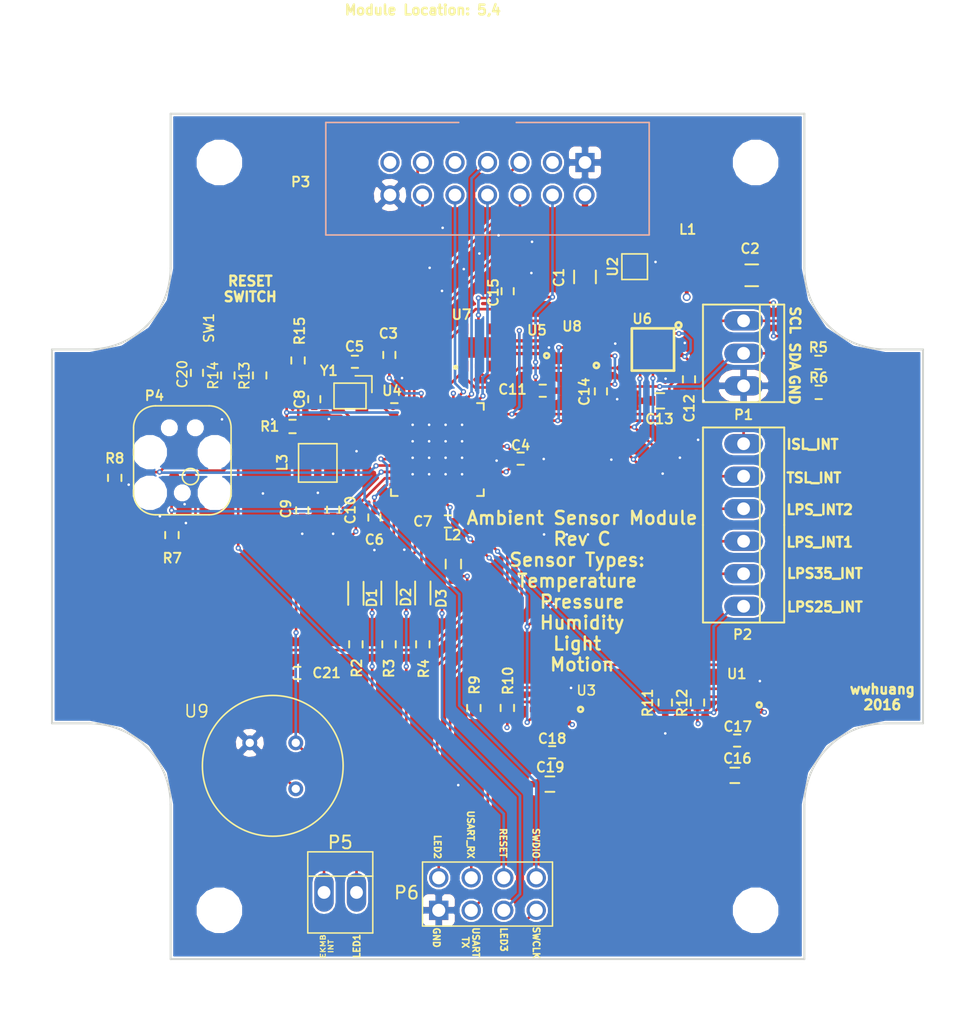
<source format=kicad_pcb>
(kicad_pcb (version 4) (host pcbnew 4.0.4-stable)
  (layers (0 F.Cu signal) (1 In1.Cu signal) (2 In2.Cu signal) (31 B.Cu signal) (34 B.Paste user) (35 F.Paste user) (36 B.SilkS user) (37 F.SilkS user) (38 B.Mask user) (39 F.Mask user) (44 Edge.Cuts user))
  (net 0 "")
  (net 1 +5V)
  (net 2 GND)
  (net 3 +3V3)
  (net 4 /xin)
  (net 5 /xout)
  (net 6 "Net-(L1-Pad2)")
  (net 7 "Net-(R1-Pad2)")
  (net 8 /CNTR_SCL)
  (net 9 /CNTR_SDA)
  (net 10 /CNTR_PPS)
  (net 11 /USB_D+)
  (net 12 /USB_D-)
  (net 13 "Net-(U2-Pad2)")
  (net 14 /SAM4L_RESET)
  (net 15 /SAM4L_SWDCLK)
  (net 16 /SAM4L_SWDIO)
  (net 17 "Net-(U4-Pad13)")
  (net 18 "Net-(U4-Pad14)")
  (net 19 "Net-(U4-Pad18)")
  (net 20 "Net-(U4-Pad21)")
  (net 21 "Net-(U4-Pad25)")
  (net 22 "Net-(U4-Pad28)")
  (net 23 SDA)
  (net 24 SCL)
  (net 25 "Net-(U5-Pad3)")
  (net 26 "Net-(U6-Pad3)")
  (net 27 "Net-(U6-Pad2)")
  (net 28 "Net-(U7-Pad3)")
  (net 29 "Net-(U7-Pad4)")
  (net 30 /VDDANA)
  (net 31 /VDD_OUT)
  (net 32 /VDD_CORE)
  (net 33 "Net-(U7-Pad7)")
  (net 34 /ISL_INT)
  (net 35 /TSL_INT)
  (net 36 /LPS_INT1)
  (net 37 /LPS_INT2)
  (net 38 /MOD_OUT)
  (net 39 /MOD_IN)
  (net 40 /LED_1)
  (net 41 "Net-(D1-Pad2)")
  (net 42 /LED_2)
  (net 43 "Net-(D2-Pad2)")
  (net 44 /LED_3)
  (net 45 "Net-(D3-Pad2)")
  (net 46 /USART_TX)
  (net 47 /USART_RX)
  (net 48 "Net-(U4-Pad32)")
  (net 49 "Net-(P3-Pad3)")
  (net 50 "Net-(P3-Pad9)")
  (net 51 "Net-(P3-Pad13)")
  (net 52 "Net-(P4-Pad6)")
  (net 53 /sensors/LPS35_SA0)
  (net 54 /sensors/LPS35_CS)
  (net 55 /sensors/LPS25_SA0)
  (net 56 /sensors/LPS25_CS)
  (net 57 /LPS25_INT)
  (net 58 /LPS35_INT)
  (net 59 "Net-(R14-Pad2)")
  (net 60 /EKMB_INT)
  (module Capacitors_SMD:C_0805_HandSoldering (layer F.Cu) (at 134.62 81.3308 270)
    (fp_text reference C1 (at 0.0508 2.032 270) (layer F.SilkS) (effects (font (size 0.762 0.762))))
    (fp_text value GENERIC_C_0805)
    (pad 1 smd rect (at -1.25 0 270) (size 1.5 1.25) (layers F.Cu F.Paste F.Mask) (net 1 +5V))
    (pad 2 smd rect (at 1.25 0 270) (size 1.5 1.25) (layers F.Cu F.Paste F.Mask) (net 2 GND))
  )
  (module Capacitors_SMD:C_0805_HandSoldering (layer F.Cu) (at 147.6502 81.2038)
    (fp_text reference C2 (at -0.127 -2.0828) (layer F.SilkS) (effects (font (size 0.762 0.762))))
    (fp_text value GENERIC_C_0805)
    (pad 1 smd rect (at -1.25 0) (size 1.5 1.25) (layers F.Cu F.Paste F.Mask) (net 3 +3V3))
    (pad 2 smd rect (at 1.25 0) (size 1.5 1.25) (layers F.Cu F.Paste F.Mask) (net 2 GND))
  )
  (module Capacitors_SMD:C_0402 (layer F.Cu) (at 119.3292 87.4268 90)
    (fp_text reference C3 (at 1.6764 -0.0762 180) (layer F.SilkS) (effects (font (size 0.762 0.762))))
    (fp_text value C_0.1u_0402_10V_10%_JB)
    (pad 1 smd rect (at -0.55 0 90) (size 0.6 0.5) (layers F.Cu F.Paste F.Mask) (net 3 +3V3))
    (pad 2 smd rect (at 0.55 0 90) (size 0.6 0.5) (layers F.Cu F.Paste F.Mask) (net 2 GND))
  )
  (module Capacitors_SMD:C_0402 (layer F.Cu) (at 129.5908 95.5294)
    (fp_text reference C4 (at 0 -1.0414) (layer F.SilkS) (effects (font (size 0.762 0.762))))
    (fp_text value C_0.1u_0402_10V_10%_JB)
    (pad 1 smd rect (at -0.55 0) (size 0.6 0.5) (layers F.Cu F.Paste F.Mask) (net 3 +3V3))
    (pad 2 smd rect (at 0.55 0) (size 0.6 0.5) (layers F.Cu F.Paste F.Mask) (net 2 GND))
  )
  (module Capacitors_SMD:C_0402 (layer F.Cu) (at 116.6368 87.9602 180)
    (fp_text reference C5 (at 0.0254 1.1938 180) (layer F.SilkS) (effects (font (size 0.762 0.762))))
    (fp_text value GENERIC_C_0402)
    (pad 1 smd rect (at -0.55 0 180) (size 0.6 0.5) (layers F.Cu F.Paste F.Mask) (net 4 /xin))
    (pad 2 smd rect (at 0.55 0 180) (size 0.6 0.5) (layers F.Cu F.Paste F.Mask) (net 2 GND))
  )
  (module Capacitors_SMD:C_0402 (layer F.Cu) (at 118.1608 100.1268 270)
    (fp_text reference C6 (at 1.7272 0 360) (layer F.SilkS) (effects (font (size 0.762 0.762))))
    (fp_text value C_0.1u_0402_10V_10%_JB)
    (pad 1 smd rect (at -0.55 0 270) (size 0.6 0.5) (layers F.Cu F.Paste F.Mask) (net 3 +3V3))
    (pad 2 smd rect (at 0.55 0 270) (size 0.6 0.5) (layers F.Cu F.Paste F.Mask) (net 2 GND))
  )
  (module Capacitors_SMD:C_0402 (layer F.Cu) (at 123.9012 100.4316)
    (fp_text reference C7 (at -1.9558 0) (layer F.SilkS) (effects (font (size 0.762 0.762))))
    (fp_text value C_0.1u_0402_10V_10%_JB)
    (pad 1 smd rect (at -0.55 0) (size 0.6 0.5) (layers F.Cu F.Paste F.Mask) (net 30 /VDDANA))
    (pad 2 smd rect (at 0.55 0) (size 0.6 0.5) (layers F.Cu F.Paste F.Mask) (net 2 GND))
  )
  (module Capacitors_SMD:C_0402 (layer F.Cu) (at 113.4618 90.8812 90)
    (fp_text reference C8 (at 0 -1.143 90) (layer F.SilkS) (effects (font (size 0.762 0.762))))
    (fp_text value GENERIC_C_0402)
    (pad 1 smd rect (at -0.55 0 90) (size 0.6 0.5) (layers F.Cu F.Paste F.Mask) (net 5 /xout))
    (pad 2 smd rect (at 0.55 0 90) (size 0.6 0.5) (layers F.Cu F.Paste F.Mask) (net 2 GND))
  )
  (module Capacitors_SMD:C_0402 (layer F.Cu) (at 112.522 99.568 270)
    (fp_text reference C9 (at -0.127 1.27 270) (layer F.SilkS) (effects (font (size 0.762 0.762))))
    (fp_text value C_4.7u_0402_10V_10%_X5R)
    (pad 1 smd rect (at -0.55 0 270) (size 0.6 0.5) (layers F.Cu F.Paste F.Mask) (net 31 /VDD_OUT))
    (pad 2 smd rect (at 0.55 0 270) (size 0.6 0.5) (layers F.Cu F.Paste F.Mask) (net 2 GND))
  )
  (module Capacitors_SMD:C_0402 (layer F.Cu) (at 114.935 99.5172 270)
    (fp_text reference C10 (at 0.0254 -1.3462 270) (layer F.SilkS) (effects (font (size 0.762 0.762))))
    (fp_text value C_0.1u_0402_10V_10%_JB)
    (pad 1 smd rect (at -0.55 0 270) (size 0.6 0.5) (layers F.Cu F.Paste F.Mask) (net 31 /VDD_OUT))
    (pad 2 smd rect (at 0.55 0 270) (size 0.6 0.5) (layers F.Cu F.Paste F.Mask) (net 2 GND))
  )
  (module Capacitors_SMD:C_0402 (layer F.Cu) (at 131.318 90.2208)
    (fp_text reference C11 (at -2.3622 -0.1016) (layer F.SilkS) (effects (font (size 0.762 0.762))))
    (fp_text value C_0.1u_0402_10V_10%_JB)
    (pad 1 smd rect (at -0.55 0) (size 0.6 0.5) (layers F.Cu F.Paste F.Mask) (net 3 +3V3))
    (pad 2 smd rect (at 0.55 0) (size 0.6 0.5) (layers F.Cu F.Paste F.Mask) (net 2 GND))
  )
  (module Capacitors_SMD:C_0402 (layer F.Cu) (at 142.748 89.3318 270)
    (fp_text reference C12 (at 2.2606 -0.0254 450) (layer F.SilkS) (effects (font (size 0.762 0.762))))
    (fp_text value C_0.1u_0402_10V_10%_JB)
    (pad 1 smd rect (at -0.55 0 270) (size 0.6 0.5) (layers F.Cu F.Paste F.Mask) (net 3 +3V3))
    (pad 2 smd rect (at 0.55 0 270) (size 0.6 0.5) (layers F.Cu F.Paste F.Mask) (net 2 GND))
  )
  (module Capacitors_SMD:C_0603 (layer F.Cu) (at 140.462 91.0082 180)
    (fp_text reference C13 (at 0.0254 -1.4224 180) (layer F.SilkS) (effects (font (size 0.762 0.762))))
    (fp_text value C_10u_0603_10V_10%_JB)
    (pad 1 smd rect (at -0.75 0 180) (size 0.8 0.75) (layers F.Cu F.Paste F.Mask) (net 3 +3V3))
    (pad 2 smd rect (at 0.75 0 180) (size 0.8 0.75) (layers F.Cu F.Paste F.Mask) (net 2 GND))
  )
  (module Capacitors_SMD:C_0402 (layer F.Cu) (at 135.8646 90.2716 270)
    (fp_text reference C14 (at 0.0254 1.2954 270) (layer F.SilkS) (effects (font (size 0.762 0.762))))
    (fp_text value C_0.1u_0402_10V_10%_JB)
    (pad 1 smd rect (at -0.55 0 270) (size 0.6 0.5) (layers F.Cu F.Paste F.Mask) (net 3 +3V3))
    (pad 2 smd rect (at 0.55 0 270) (size 0.6 0.5) (layers F.Cu F.Paste F.Mask) (net 2 GND))
  )
  (module Capacitors_SMD:C_0402 (layer F.Cu) (at 128.5748 82.4484 90)
    (fp_text reference C15 (at -0.1016 -1.1176 90) (layer F.SilkS) (effects (font (size 0.762 0.762))))
    (fp_text value C_0.1u_0402_10V_10%_JB)
    (pad 1 smd rect (at -0.55 0 90) (size 0.6 0.5) (layers F.Cu F.Paste F.Mask) (net 3 +3V3))
    (pad 2 smd rect (at 0.55 0 90) (size 0.6 0.5) (layers F.Cu F.Paste F.Mask) (net 2 GND))
  )
  (module lab11-passives:DFE322512C (layer F.Cu) (at 142.5702 79.9846 90)
    (fp_text reference L1 (at 2.3622 0.0762 180) (layer F.SilkS) (effects (font (size 0.762 0.762))))
    (fp_text value ".47 uH")
    (pad 1 smd rect (at -1.225 0 180) (size 2.5 0.75) (layers F.Cu F.Paste F.Mask) (net 3 +3V3))
    (pad 2 smd rect (at 1.225 0 180) (size 2.5 0.75) (layers F.Cu F.Paste F.Mask) (net 6 "Net-(L1-Pad2)"))
  )
  (module lab11-passives:1212 (layer F.Cu) (at 113.735 95.8596 180)
    (fp_text reference L3 (at 2.3306 0.0254 270) (layer F.SilkS) (effects (font (size 0.762 0.762)) (justify bottom)))
    (fp_text value 22uH)
    (pad 1 smd rect (at -1.2 0 270) (size 3 1.4) (layers F.Cu F.Paste F.Mask) (net 32 /VDD_CORE))
    (pad 2 smd rect (at 1.2 0 270) (size 3 1.4) (layers F.Cu F.Paste F.Mask) (net 31 /VDD_OUT))
  )
  (module Resistors_SMD:R_0402 (layer F.Cu) (at 111.76 93.0148)
    (fp_text reference R1 (at -1.778 0) (layer F.SilkS) (effects (font (size 0.762 0.762))))
    (fp_text value R_10k_0402_1%,100ppm/c,0.063W)
    (pad 1 smd rect (at -0.45 0) (size 0.4 0.6) (layers F.Cu F.Paste F.Mask) (net 3 +3V3))
    (pad 2 smd rect (at 0.45 0) (size 0.4 0.6) (layers F.Cu F.Paste F.Mask) (net 7 "Net-(R1-Pad2)"))
  )
  (module regulators:RLT0007A (layer F.Cu) (at 138.5022 80.5324 90)
    (fp_text reference U2 (at 0 -1.27 90) (layer F.SilkS) (effects (font (size 0.762 0.762)) (justify bottom)))
    (fp_text value TPS62086)
    (pad 1 smd rect (at -0.9 -0.75 90) (size 0.6 0.25) (layers F.Cu F.Paste F.Mask) (net 1 +5V))
    (pad 2 smd oval (at -0.9 -0.25 90) (size 0.6 0.25) (layers F.Cu F.Paste F.Mask) (net 13 "Net-(U2-Pad2)"))
    (pad 7 smd rect (at 0.45 -0.6 90) (size 1.5 0.3) (layers F.Cu F.Paste F.Mask) (net 1 +5V))
    (pad 6 smd rect (at 0.45 0 90) (size 1.5 0.3) (layers F.Cu F.Paste F.Mask) (net 6 "Net-(L1-Pad2)"))
    (pad 5 smd rect (at 0.45 0.6 90) (size 1.5 0.3) (layers F.Cu F.Paste F.Mask) (net 2 GND))
    (pad 3 smd oval (at -0.9 0.25 90) (size 0.6 0.25) (layers F.Cu F.Paste F.Mask) (net 3 +3V3))
    (pad 4 smd oval (at -0.9 0.75 90) (size 0.6 0.25) (layers F.Cu F.Paste F.Mask) (net 3 +3V3))
  )
  (module Housings_DFN_QFN:QFN-48-1EP_7x7mm_Pitch0.5mm (layer F.Cu) (at 123.0816 94.8146)
    (fp_text reference U4 (at -3.5492 -4.5938) (layer F.SilkS) (effects (font (size 0.762 0.762))))
    (fp_text value SAM4LC8A)
    (pad 1 smd rect (at -3.4 -2.75) (size 0.7 0.25) (layers F.Cu F.Paste F.Mask) (net 4 /xin))
    (pad 2 smd rect (at -3.4 -2.25) (size 0.7 0.25) (layers F.Cu F.Paste F.Mask) (net 5 /xout))
    (pad 3 smd rect (at -3.4 -1.75) (size 0.7 0.25) (layers F.Cu F.Paste F.Mask) (net 7 "Net-(R1-Pad2)"))
    (pad 4 smd rect (at -3.4 -1.25) (size 0.7 0.25) (layers F.Cu F.Paste F.Mask) (net 14 /SAM4L_RESET))
    (pad 5 smd rect (at -3.4 -0.75) (size 0.7 0.25) (layers F.Cu F.Paste F.Mask) (net 32 /VDD_CORE))
    (pad 6 smd rect (at -3.4 -0.25) (size 0.7 0.25) (layers F.Cu F.Paste F.Mask) (net 2 GND))
    (pad 7 smd rect (at -3.4 0.25) (size 0.7 0.25) (layers F.Cu F.Paste F.Mask) (net 31 /VDD_OUT))
    (pad 8 smd rect (at -3.4 0.75) (size 0.7 0.25) (layers F.Cu F.Paste F.Mask) (net 3 +3V3))
    (pad 9 smd rect (at -3.4 1.25) (size 0.7 0.25) (layers F.Cu F.Paste F.Mask) (net 15 /SAM4L_SWDCLK))
    (pad 10 smd rect (at -3.4 1.75) (size 0.7 0.25) (layers F.Cu F.Paste F.Mask) (net 16 /SAM4L_SWDIO))
    (pad 11 smd rect (at -3.4 2.25) (size 0.7 0.25) (layers F.Cu F.Paste F.Mask) (net 60 /EKMB_INT))
    (pad 12 smd rect (at -3.4 2.75) (size 0.7 0.25) (layers F.Cu F.Paste F.Mask) (net 40 /LED_1))
    (pad 13 smd rect (at -2.75 3.4 90) (size 0.7 0.25) (layers F.Cu F.Paste F.Mask) (net 17 "Net-(U4-Pad13)"))
    (pad 14 smd rect (at -2.25 3.4 90) (size 0.7 0.25) (layers F.Cu F.Paste F.Mask) (net 18 "Net-(U4-Pad14)"))
    (pad 15 smd rect (at -1.75 3.4 90) (size 0.7 0.25) (layers F.Cu F.Paste F.Mask) (net 42 /LED_2))
    (pad 16 smd rect (at -1.25 3.4 90) (size 0.7 0.25) (layers F.Cu F.Paste F.Mask) (net 44 /LED_3))
    (pad 17 smd rect (at -0.75 3.4 90) (size 0.7 0.25) (layers F.Cu F.Paste F.Mask) (net 2 GND))
    (pad 18 smd rect (at -0.25 3.4 90) (size 0.7 0.25) (layers F.Cu F.Paste F.Mask) (net 19 "Net-(U4-Pad18)"))
    (pad 19 smd rect (at 0.25 3.4 90) (size 0.7 0.25) (layers F.Cu F.Paste F.Mask) (net 30 /VDDANA))
    (pad 20 smd rect (at 0.75 3.4 90) (size 0.7 0.25) (layers F.Cu F.Paste F.Mask) (net 58 /LPS35_INT))
    (pad 21 smd rect (at 1.25 3.4 90) (size 0.7 0.25) (layers F.Cu F.Paste F.Mask) (net 20 "Net-(U4-Pad21)"))
    (pad 22 smd rect (at 1.75 3.4 90) (size 0.7 0.25) (layers F.Cu F.Paste F.Mask) (net 57 /LPS25_INT))
    (pad 23 smd rect (at 2.25 3.4 90) (size 0.7 0.25) (layers F.Cu F.Paste F.Mask) (net 47 /USART_RX))
    (pad 24 smd rect (at 2.75 3.4 90) (size 0.7 0.25) (layers F.Cu F.Paste F.Mask) (net 46 /USART_TX))
    (pad 25 smd rect (at 3.4 2.75) (size 0.7 0.25) (layers F.Cu F.Paste F.Mask) (net 21 "Net-(U4-Pad25)"))
    (pad 26 smd rect (at 3.4 2.25) (size 0.7 0.25) (layers F.Cu F.Paste F.Mask) (net 21 "Net-(U4-Pad25)"))
    (pad 27 smd rect (at 3.4 1.75) (size 0.7 0.25) (layers F.Cu F.Paste F.Mask) (net 3 +3V3))
    (pad 28 smd rect (at 3.4 1.25) (size 0.7 0.25) (layers F.Cu F.Paste F.Mask) (net 22 "Net-(U4-Pad28)"))
    (pad 29 smd rect (at 3.4 0.75) (size 0.7 0.25) (layers F.Cu F.Paste F.Mask) (net 22 "Net-(U4-Pad28)"))
    (pad 30 smd rect (at 3.4 0.25) (size 0.7 0.25) (layers F.Cu F.Paste F.Mask) (net 2 GND))
    (pad 31 smd rect (at 3.4 -0.25) (size 0.7 0.25) (layers F.Cu F.Paste F.Mask) (net 3 +3V3))
    (pad 32 smd rect (at 3.4 -0.75) (size 0.7 0.25) (layers F.Cu F.Paste F.Mask) (net 48 "Net-(U4-Pad32)"))
    (pad 33 smd rect (at 3.4 -1.25) (size 0.7 0.25) (layers F.Cu F.Paste F.Mask) (net 36 /LPS_INT1))
    (pad 34 smd rect (at 3.4 -1.75) (size 0.7 0.25) (layers F.Cu F.Paste F.Mask) (net 37 /LPS_INT2))
    (pad 35 smd rect (at 3.4 -2.25) (size 0.7 0.25) (layers F.Cu F.Paste F.Mask) (net 35 /TSL_INT))
    (pad 36 smd rect (at 3.4 -2.75) (size 0.7 0.25) (layers F.Cu F.Paste F.Mask) (net 34 /ISL_INT))
    (pad 37 smd rect (at 2.75 -3.4 90) (size 0.7 0.25) (layers F.Cu F.Paste F.Mask) (net 38 /MOD_OUT))
    (pad 38 smd rect (at 2.25 -3.4 90) (size 0.7 0.25) (layers F.Cu F.Paste F.Mask) (net 10 /CNTR_PPS))
    (pad 39 smd rect (at 1.75 -3.4 90) (size 0.7 0.25) (layers F.Cu F.Paste F.Mask) (net 39 /MOD_IN))
    (pad 40 smd rect (at 1.25 -3.4 90) (size 0.7 0.25) (layers F.Cu F.Paste F.Mask) (net 3 +3V3))
    (pad 41 smd rect (at 0.75 -3.4 90) (size 0.7 0.25) (layers F.Cu F.Paste F.Mask) (net 23 SDA))
    (pad 42 smd rect (at 0.25 -3.4 90) (size 0.7 0.25) (layers F.Cu F.Paste F.Mask) (net 24 SCL))
    (pad 43 smd rect (at -0.25 -3.4 90) (size 0.7 0.25) (layers F.Cu F.Paste F.Mask) (net 9 /CNTR_SDA))
    (pad 44 smd rect (at -0.75 -3.4 90) (size 0.7 0.25) (layers F.Cu F.Paste F.Mask) (net 8 /CNTR_SCL))
    (pad 45 smd rect (at -1.25 -3.4 90) (size 0.7 0.25) (layers F.Cu F.Paste F.Mask) (net 3 +3V3))
    (pad 46 smd rect (at -1.75 -3.4 90) (size 0.7 0.25) (layers F.Cu F.Paste F.Mask) (net 12 /USB_D-))
    (pad 47 smd rect (at -2.25 -3.4 90) (size 0.7 0.25) (layers F.Cu F.Paste F.Mask) (net 11 /USB_D+))
    (pad 48 smd rect (at -2.75 -3.4 90) (size 0.7 0.25) (layers F.Cu F.Paste F.Mask) (net 2 GND))
    (pad 49 smd rect (at 1.93125 1.93125) (size 1.2875 1.2875) (layers F.Cu F.Paste F.Mask) (net 2 GND))
    (pad 49 smd rect (at 1.93125 0.64375) (size 1.2875 1.2875) (layers F.Cu F.Paste F.Mask) (net 2 GND))
    (pad 49 smd rect (at 1.93125 -0.64375) (size 1.2875 1.2875) (layers F.Cu F.Paste F.Mask) (net 2 GND))
    (pad 49 smd rect (at 1.93125 -1.93125) (size 1.2875 1.2875) (layers F.Cu F.Paste F.Mask) (net 2 GND))
    (pad 49 smd rect (at 0.64375 1.93125) (size 1.2875 1.2875) (layers F.Cu F.Paste F.Mask) (net 2 GND))
    (pad 49 smd rect (at 0.64375 0.64375) (size 1.2875 1.2875) (layers F.Cu F.Paste F.Mask) (net 2 GND))
    (pad 49 smd rect (at 0.64375 -0.64375) (size 1.2875 1.2875) (layers F.Cu F.Paste F.Mask) (net 2 GND))
    (pad 49 smd rect (at 0.64375 -1.93125) (size 1.2875 1.2875) (layers F.Cu F.Paste F.Mask) (net 2 GND))
    (pad 49 smd rect (at -0.64375 1.93125) (size 1.2875 1.2875) (layers F.Cu F.Paste F.Mask) (net 2 GND))
    (pad 49 smd rect (at -0.64375 0.64375) (size 1.2875 1.2875) (layers F.Cu F.Paste F.Mask) (net 2 GND))
    (pad 49 smd rect (at -0.64375 -0.64375) (size 1.2875 1.2875) (layers F.Cu F.Paste F.Mask) (net 2 GND))
    (pad 49 smd rect (at -0.64375 -1.93125) (size 1.2875 1.2875) (layers F.Cu F.Paste F.Mask) (net 2 GND))
    (pad 49 smd rect (at -1.93125 1.93125) (size 1.2875 1.2875) (layers F.Cu F.Paste F.Mask) (net 2 GND))
    (pad 49 smd rect (at -1.93125 0.64375) (size 1.2875 1.2875) (layers F.Cu F.Paste F.Mask) (net 2 GND))
    (pad 49 smd rect (at -1.93125 -0.64375) (size 1.2875 1.2875) (layers F.Cu F.Paste F.Mask) (net 2 GND))
    (pad 49 smd rect (at -1.93125 -1.93125) (size 1.2875 1.2875) (layers F.Cu F.Paste F.Mask) (net 2 GND))
  )
  (module lab11-ic:L6_1.5x1.6mm (layer F.Cu) (at 130.151235 86.820865 180)
    (fp_text reference U5 (at -0.709565 1.324465 180) (layer F.SilkS) (effects (font (size 0.762 0.762))))
    (fp_text value ISL29035)
    (pad 1 smd rect (at -0.6 -0.5 180) (size 0.8 0.25) (layers F.Cu F.Paste F.Mask) (net 3 +3V3))
    (pad 2 smd rect (at -0.675 0 180) (size 0.65 0.25) (layers F.Cu F.Paste F.Mask) (net 2 GND))
    (pad 3 smd rect (at -0.675 0.5 180) (size 0.65 0.25) (layers F.Cu F.Paste F.Mask) (net 25 "Net-(U5-Pad3)"))
    (pad 4 smd rect (at 0.675 0.5 180) (size 0.65 0.25) (layers F.Cu F.Paste F.Mask) (net 34 /ISL_INT))
    (pad 5 smd rect (at 0.675 0 180) (size 0.65 0.25) (layers F.Cu F.Paste F.Mask) (net 24 SCL))
    (pad 6 smd rect (at 0.675 -0.5 180) (size 0.65 0.25) (layers F.Cu F.Paste F.Mask) (net 23 SDA))
  )
  (module lab11-ic:DFN_3x3mm_1mm (layer F.Cu) (at 126.290435 86.844065 90)
    (fp_text reference U7 (at 2.566865 -1.322435 180) (layer F.SilkS) (effects (font (size 0.762 0.762))))
    (fp_text value Si7021)
    (pad 1 smd rect (at -1.45 -1 180) (size 0.45 0.85) (layers F.Cu F.Paste F.Mask) (net 23 SDA))
    (pad 2 smd rect (at -1.45 0 180) (size 0.45 0.85) (layers F.Cu F.Paste F.Mask) (net 2 GND))
    (pad 3 smd rect (at -1.45 1 180) (size 0.45 0.85) (layers F.Cu F.Paste F.Mask) (net 28 "Net-(U7-Pad3)"))
    (pad 4 smd rect (at 1.45 1 180) (size 0.45 0.85) (layers F.Cu F.Paste F.Mask) (net 29 "Net-(U7-Pad4)"))
    (pad 5 smd rect (at 1.45 0 180) (size 0.45 0.85) (layers F.Cu F.Paste F.Mask) (net 3 +3V3))
    (pad 6 smd rect (at 1.45 -1 180) (size 0.45 0.85) (layers F.Cu F.Paste F.Mask) (net 24 SCL))
    (pad 7 smd rect (at 0 0 270) (size 1.6 2.5) (layers F.Cu F.Paste F.Mask) (net 33 "Net-(U7-Pad7)"))
  )
  (module crystals:FHXXX (layer F.Cu) (at 116.2558 90.6272 180)
    (fp_text reference Y1 (at 1.651 1.524 180) (layer F.SilkS) (effects (font (size 0.762 0.762)) (justify bottom)))
    (fp_text value FH1600015)
    (pad 1 smd rect (at -0.925 0.775 180) (size 1 0.95) (layers F.Cu F.Paste F.Mask) (net 4 /xin))
    (pad 2 smd rect (at 0.925 0.775 180) (size 1 0.95) (layers F.Cu F.Paste F.Mask) (net 2 GND))
    (pad 3 smd rect (at 0.925 -0.775 180) (size 1 0.95) (layers F.Cu F.Paste F.Mask) (net 5 /xout))
    (pad 4 smd rect (at -0.925 -0.775 180) (size 1 0.95) (layers F.Cu F.Paste F.Mask) (net 2 GND))
  )
  (module lab11-ic:HCLGA-16L (layer F.Cu) (at 139.930235 86.998665 270)
    (fp_text reference U6 (at -2.391265 0.839835 360) (layer F.SilkS) (effects (font (size 0.762 0.762))))
    (fp_text value LPS331AP)
    (pad 13 smd rect (at 1.25 -1 270) (size 0.8 0.35) (layers F.Cu F.Paste F.Mask) (net 2 GND))
    (pad 12 smd rect (at 1.25 -0.5 270) (size 0.8 0.35) (layers F.Cu F.Paste F.Mask) (net 2 GND))
    (pad 11 smd rect (at 1.25 0 270) (size 0.8 0.35) (layers F.Cu F.Paste F.Mask) (net 36 /LPS_INT1))
    (pad 10 smd rect (at 1.25 0.5 270) (size 0.8 0.35) (layers F.Cu F.Paste F.Mask) (net 2 GND))
    (pad 9 smd rect (at 1.25 1 270) (size 0.8 0.35) (layers F.Cu F.Paste F.Mask) (net 37 /LPS_INT2))
    (pad 6 smd rect (at -0.5 1.25) (size 0.8 0.35) (layers F.Cu F.Paste F.Mask) (net 23 SDA))
    (pad 8 smd rect (at 0.5 1.25) (size 0.8 0.35) (layers F.Cu F.Paste F.Mask) (net 3 +3V3))
    (pad 7 smd rect (at 0 1.25) (size 0.8 0.35) (layers F.Cu F.Paste F.Mask) (net 3 +3V3))
    (pad 5 smd rect (at -1.25 1 270) (size 0.8 0.35) (layers F.Cu F.Paste F.Mask) (net 2 GND))
    (pad 4 smd rect (at -1.25 0.5 270) (size 0.8 0.35) (layers F.Cu F.Paste F.Mask) (net 24 SCL))
    (pad 3 smd rect (at -1.25 0 270) (size 0.8 0.35) (layers F.Cu F.Paste F.Mask) (net 26 "Net-(U6-Pad3)"))
    (pad 2 smd rect (at -1.25 -0.5 270) (size 0.8 0.35) (layers F.Cu F.Paste F.Mask) (net 27 "Net-(U6-Pad2)"))
    (pad 1 smd rect (at -1.25 -1 270) (size 0.8 0.35) (layers F.Cu F.Paste F.Mask) (net 3 +3V3))
    (pad 16 smd rect (at -0.5 -1.25) (size 0.8 0.35) (layers F.Cu F.Paste F.Mask) (net 2 GND))
    (pad 15 smd rect (at 0 -1.25) (size 0.8 0.35) (layers F.Cu F.Paste F.Mask) (net 3 +3V3))
    (pad 14 smd rect (at 0.5 -1.25) (size 0.8 0.35) (layers F.Cu F.Paste F.Mask) (net 3 +3V3))
  )
  (module lab11-ic:DFN2 (layer F.Cu) (at 134.621635 86.846265 180)
    (fp_text reference U8 (at 1.017635 1.654665 180) (layer F.SilkS) (effects (font (size 0.762 0.762))))
    (fp_text value TSL2561)
    (pad 2 smd rect (at -0.8 0 270) (size 0.4 1.3) (layers F.Cu F.Paste F.Mask) (net 2 GND))
    (pad 5 smd rect (at 0.8 0 270) (size 0.4 1.3) (layers F.Cu F.Paste F.Mask) (net 35 /TSL_INT))
    (pad 3 smd rect (at -0.8 0.65 270) (size 0.4 1.3) (layers F.Cu F.Paste F.Mask) (net 2 GND))
    (pad 1 smd rect (at -0.8 -0.65 270) (size 0.4 1.3) (layers F.Cu F.Paste F.Mask) (net 3 +3V3))
    (pad 6 smd rect (at 0.8 -0.65 270) (size 0.4 1.3) (layers F.Cu F.Paste F.Mask) (net 23 SDA))
    (pad 4 smd rect (at 0.8 0.65 270) (size 0.4 1.3) (layers F.Cu F.Paste F.Mask) (net 24 SCL))
  )
  (module Connect:PINHEAD1-3 (layer F.Cu) (at 147.0152 87.2998 270)
    (fp_text reference P1 (at 4.8006 0 360) (layer F.SilkS) (effects (font (size 0.762 0.762))))
    (fp_text value CONN_01X03)
    (pad 1 thru_hole oval (at -2.54 0 270) (size 1.50622 3.01498) (drill 0.99822) (layers *.Cu *.Mask) (net 24 SCL))
    (pad 2 thru_hole oval (at 0 0 270) (size 1.50622 3.01498) (drill 0.99822) (layers *.Cu *.Mask) (net 23 SDA))
    (pad 3 thru_hole oval (at 2.54 0 270) (size 1.50622 3.01498) (drill 0.99822) (layers *.Cu *.Mask) (net 2 GND))
  )
  (module Connect:PINHEAD1-6 (layer F.Cu) (at 147.0152 100.711 270)
    (fp_text reference P2 (at 8.5598 0.0762 360) (layer F.SilkS) (effects (font (size 0.762 0.762))))
    (fp_text value CONN_01X06)
    (pad 1 thru_hole oval (at -6.35 0 270) (size 1.50622 3.01498) (drill 0.99822) (layers *.Cu *.Mask) (net 34 /ISL_INT))
    (pad 2 thru_hole oval (at -3.81 0 270) (size 1.50622 3.01498) (drill 0.99822) (layers *.Cu *.Mask) (net 35 /TSL_INT))
    (pad 3 thru_hole oval (at -1.27 0 270) (size 1.50622 3.01498) (drill 0.99822) (layers *.Cu *.Mask) (net 37 /LPS_INT2))
    (pad 4 thru_hole oval (at 1.27 0 270) (size 1.50622 3.01498) (drill 0.99822) (layers *.Cu *.Mask) (net 36 /LPS_INT1))
    (pad 5 thru_hole oval (at 3.81 0 270) (size 1.50622 3.01498) (drill 0.99822) (layers *.Cu *.Mask) (net 58 /LPS35_INT))
    (pad 6 thru_hole oval (at 6.35 0 270) (size 1.50622 3.01498) (drill 0.99822) (layers *.Cu *.Mask) (net 57 /LPS25_INT))
  )
  (module Diodes_SMD:D_0603 (layer F.Cu) (at 116.713 106.2482 270)
    (fp_text reference D1 (at 0.1524 -1.2446 270) (layer F.SilkS) (effects (font (size 0.762 0.762))))
    (fp_text value LED)
    (pad 1 smd rect (at -0.85 0 270) (size 0.6 0.8) (layers F.Cu F.Paste F.Mask) (net 40 /LED_1))
    (pad 2 smd rect (at 0.85 0 270) (size 0.6 0.8) (layers F.Cu F.Paste F.Mask) (net 41 "Net-(D1-Pad2)"))
  )
  (module Diodes_SMD:D_0603 (layer F.Cu) (at 119.3038 106.2228 270)
    (fp_text reference D2 (at 0.127 -1.3208 270) (layer F.SilkS) (effects (font (size 0.762 0.762))))
    (fp_text value LED)
    (pad 1 smd rect (at -0.85 0 270) (size 0.6 0.8) (layers F.Cu F.Paste F.Mask) (net 42 /LED_2))
    (pad 2 smd rect (at 0.85 0 270) (size 0.6 0.8) (layers F.Cu F.Paste F.Mask) (net 43 "Net-(D2-Pad2)"))
  )
  (module Diodes_SMD:D_0603 (layer F.Cu) (at 121.9454 106.2228 270)
    (fp_text reference D3 (at 0.2286 -1.4478 270) (layer F.SilkS) (effects (font (size 0.762 0.762))))
    (fp_text value LED)
    (pad 1 smd rect (at -0.85 0 270) (size 0.6 0.8) (layers F.Cu F.Paste F.Mask) (net 44 /LED_3))
    (pad 2 smd rect (at 0.85 0 270) (size 0.6 0.8) (layers F.Cu F.Paste F.Mask) (net 45 "Net-(D3-Pad2)"))
  )
  (module Resistors_SMD:R_0402 (layer F.Cu) (at 116.713 110.0328 270)
    (fp_text reference R2 (at 1.8542 -0.0762 270) (layer F.SilkS) (effects (font (size 0.762 0.762))))
    (fp_text value R_1K_0402_1%,100ppm/c,0.2W)
    (pad 1 smd rect (at -0.45 0 270) (size 0.4 0.6) (layers F.Cu F.Paste F.Mask) (net 41 "Net-(D1-Pad2)"))
    (pad 2 smd rect (at 0.45 0 270) (size 0.4 0.6) (layers F.Cu F.Paste F.Mask) (net 3 +3V3))
  )
  (module Resistors_SMD:R_0402 (layer F.Cu) (at 119.3038 110.0328 270)
    (fp_text reference R3 (at 1.8796 0 270) (layer F.SilkS) (effects (font (size 0.762 0.762))))
    (fp_text value R_1K_0402_1%,100ppm/c,0.2W)
    (pad 1 smd rect (at -0.45 0 270) (size 0.4 0.6) (layers F.Cu F.Paste F.Mask) (net 43 "Net-(D2-Pad2)"))
    (pad 2 smd rect (at 0.45 0 270) (size 0.4 0.6) (layers F.Cu F.Paste F.Mask) (net 3 +3V3))
  )
  (module Resistors_SMD:R_0402 (layer F.Cu) (at 121.9454 110.0328 270)
    (fp_text reference R4 (at 1.905 -0.0762 270) (layer F.SilkS) (effects (font (size 0.762 0.762))))
    (fp_text value R_1K_0402_1%,100ppm/c,0.2W)
    (pad 1 smd rect (at -0.45 0 270) (size 0.4 0.6) (layers F.Cu F.Paste F.Mask) (net 45 "Net-(D3-Pad2)"))
    (pad 2 smd rect (at 0.45 0 270) (size 0.4 0.6) (layers F.Cu F.Paste F.Mask) (net 3 +3V3))
  )
  (module Resistors_SMD:R_0402 (layer F.Cu) (at 152.8572 88.011)
    (fp_text reference R5 (at 0 -1.1684) (layer F.SilkS) (effects (font (size 0.762 0.762))))
    (fp_text value R_10k_0402_1%,100ppm/c,0.063W)
    (pad 1 smd rect (at -0.45 0) (size 0.4 0.6) (layers F.Cu F.Paste F.Mask) (net 3 +3V3))
    (pad 2 smd rect (at 0.45 0) (size 0.4 0.6) (layers F.Cu F.Paste F.Mask) (net 24 SCL))
  )
  (module Resistors_SMD:R_0402 (layer F.Cu) (at 152.8826 90.3478 180)
    (fp_text reference R6 (at 0 1.143 180) (layer F.SilkS) (effects (font (size 0.762 0.762))))
    (fp_text value R_10k_0402_1%,100ppm/c,0.063W)
    (pad 1 smd rect (at -0.45 0 180) (size 0.4 0.6) (layers F.Cu F.Paste F.Mask) (net 3 +3V3))
    (pad 2 smd rect (at 0.45 0 180) (size 0.4 0.6) (layers F.Cu F.Paste F.Mask) (net 23 SDA))
  )
  (module lab11-connectors:SIGNPOST_MODULE_GENERIC (layer F.Cu) (at 127 101.6)
    (fp_text reference P3 (at -14.605 -27.686) (layer F.SilkS) (effects (font (size 0.762 0.762))))
    (fp_text value SIGNPOST_MODULE_GENERIC)
    (pad 1 thru_hole rect (at 7.62 -29.21 180) (size 1.4986 1.4986) (drill 0.9906) (layers *.Cu *.Mask) (net 2 GND))
    (pad 2 thru_hole circle (at 7.62 -26.67 180) (size 1.4986 1.4986) (drill 0.9906) (layers *.Cu *.Mask) (net 1 +5V))
    (pad 3 thru_hole circle (at 5.08 -29.21 180) (size 1.4986 1.4986) (drill 0.9906) (layers *.Cu *.Mask) (net 49 "Net-(P3-Pad3)"))
    (pad 4 thru_hole circle (at 5.08 -26.67 180) (size 1.4986 1.4986) (drill 0.9906) (layers *.Cu *.Mask) (net 3 +3V3))
    (pad 5 thru_hole circle (at 2.54 -29.21 180) (size 1.4986 1.4986) (drill 0.9906) (layers *.Cu *.Mask) (net 8 /CNTR_SCL))
    (pad 6 thru_hole circle (at 2.54 -26.67 180) (size 1.4986 1.4986) (drill 0.9906) (layers *.Cu *.Mask) (net 9 /CNTR_SDA))
    (pad 7 thru_hole circle (at 0 -29.21 180) (size 1.4986 1.4986) (drill 0.9906) (layers *.Cu *.Mask) (net 10 /CNTR_PPS))
    (pad 8 thru_hole circle (at 0 -26.67 180) (size 1.4986 1.4986) (drill 0.9906) (layers *.Cu *.Mask) (net 38 /MOD_OUT))
    (pad 9 thru_hole circle (at -2.54 -29.21 180) (size 1.4986 1.4986) (drill 0.9906) (layers *.Cu *.Mask) (net 50 "Net-(P3-Pad9)"))
    (pad 10 thru_hole circle (at -2.54 -26.67 180) (size 1.4986 1.4986) (drill 0.9906) (layers *.Cu *.Mask) (net 39 /MOD_IN))
    (pad 11 thru_hole circle (at -5.08 -29.21 180) (size 1.4986 1.4986) (drill 0.9906) (layers *.Cu *.Mask) (net 11 /USB_D+))
    (pad 12 thru_hole circle (at -5.08 -26.67 180) (size 1.4986 1.4986) (drill 0.9906) (layers *.Cu *.Mask) (net 12 /USB_D-))
    (pad 13 thru_hole circle (at -7.62 -29.21 180) (size 1.4986 1.4986) (drill 0.9906) (layers *.Cu *.Mask) (net 51 "Net-(P3-Pad13)"))
    (pad 14 thru_hole circle (at -7.62 -26.67 180) (size 1.4986 1.4986) (drill 0.9906) (layers *.Cu *.Mask) (net 2 GND))
  )
  (module lab11-connectors:TC2030-IDC (layer F.Cu) (at 103.1494 95.6564 90)
    (fp_text reference P4 (at 4.5974 -2.1844 180) (layer F.SilkS) (effects (font (size 0.762 0.762)) (justify bottom)))
    (fp_text value JLINK-TC)
    (pad 1 smd circle (at -1.27 0.635 90) (size 0.7874 0.7874) (layers F.Cu F.Paste F.Mask) (net 3 +3V3))
    (pad "" np_thru_hole circle (at -2.54 -2.54 90) (size 2.3749 2.3749) (drill 2.3749) (layers *.Cu))
    (pad 3 smd circle (at 0 0.635 90) (size 0.7874 0.7874) (layers F.Cu F.Paste F.Mask) (net 14 /SAM4L_RESET))
    (pad 5 smd circle (at 1.27 0.635 90) (size 0.7874 0.7874) (layers F.Cu F.Paste F.Mask) (net 2 GND))
    (pad 6 smd circle (at 1.27 -0.635 90) (size 0.7874 0.7874) (layers F.Cu F.Paste F.Mask) (net 52 "Net-(P4-Pad6)"))
    (pad 4 smd circle (at 0 -0.635 90) (size 0.7874 0.7874) (layers F.Cu F.Paste F.Mask) (net 15 /SAM4L_SWDCLK))
    (pad 2 smd circle (at -1.27 -0.635 90) (size 0.7874 0.7874) (layers F.Cu F.Paste F.Mask) (net 16 /SAM4L_SWDIO))
    (pad "" np_thru_hole circle (at 0.635 -2.54 90) (size 2.3749 2.3749) (drill 2.3749) (layers *.Cu))
    (pad "" np_thru_hole circle (at 0.635 2.54 90) (size 2.3749 2.3749) (drill 2.3749) (layers *.Cu))
    (pad "" np_thru_hole circle (at -2.54 2.54 90) (size 2.3749 2.3749) (drill 2.3749) (layers *.Cu))
    (pad "" np_thru_hole circle (at -2.54 0 90) (size 1.016 1.016) (drill 1.016) (layers *.Cu))
    (pad "" np_thru_hole circle (at 2.54 -1.016 90) (size 1.016 1.016) (drill 1.016) (layers *.Cu))
    (pad "" np_thru_hole circle (at 2.54 1.016 90) (size 1.016 1.016) (drill 1.016) (layers *.Cu))
  )
  (module Capacitors_SMD:C_0603_HandSoldering (layer F.Cu) (at 124.333 103.759 270)
    (fp_text reference L2 (at -2.2606 0.0508 360) (layer F.SilkS) (effects (font (size 0.762 0.762))))
    (fp_text value "1.5k Ohm")
    (pad 1 smd rect (at -0.95 0 270) (size 1.2 0.75) (layers F.Cu F.Paste F.Mask) (net 30 /VDDANA))
    (pad 2 smd rect (at 0.95 0 270) (size 1.2 0.75) (layers F.Cu F.Paste F.Mask) (net 3 +3V3))
  )
  (module lab11-connectors:SIGNPOST_HOLE (layer F.Cu) (at 147.955 130.81)
    (fp_text reference H1 hide)
    (fp_text value SIGNPOST_HOLE)
    (pad "" np_thru_hole circle (at 0 0) (size 3.2512 3.2512) (drill 3.2512) (layers *.Cu *.Mask))
  )
  (module lab11-connectors:SIGNPOST_HOLE (layer F.Cu) (at 147.955 72.39)
    (fp_text reference H3 hide)
    (fp_text value SIGNPOST_HOLE)
    (pad "" np_thru_hole circle (at 0 0) (size 3.2512 3.2512) (drill 3.2512) (layers *.Cu *.Mask))
  )
  (module lab11-connectors:SIGNPOST_HOLE (layer F.Cu) (at 106.045 72.39)
    (fp_text reference H4 hide)
    (fp_text value SIGNPOST_HOLE)
    (pad "" np_thru_hole circle (at 0 0) (size 3.2512 3.2512) (drill 3.2512) (layers *.Cu *.Mask))
  )
  (module lab11-connectors:SIGNPOST_HOLE (layer F.Cu) (at 106.045 130.81)
    (fp_text reference H2 hide)
    (fp_text value SIGNPOST_HOLE)
    (pad "" np_thru_hole circle (at 0 0) (size 3.2512 3.2512) (drill 3.2512) (layers *.Cu *.Mask))
  )
  (module Capacitors_SMD:C_0603 (layer F.Cu) (at 146.3294 120.269 180)
    (fp_text reference C16 (at -0.2032 1.3208 180) (layer F.SilkS) (effects (font (size 0.762 0.762))))
    (fp_text value C_10u_0603_10V_10%_JB)
    (pad 1 smd rect (at -0.75 0 180) (size 0.8 0.75) (layers F.Cu F.Paste F.Mask) (net 3 +3V3))
    (pad 2 smd rect (at 0.75 0 180) (size 0.8 0.75) (layers F.Cu F.Paste F.Mask) (net 2 GND))
  )
  (module Capacitors_SMD:C_0402 (layer F.Cu) (at 146.5072 117.5512 180)
    (fp_text reference C17 (at -0.0508 1.0922 180) (layer F.SilkS) (effects (font (size 0.762 0.762))))
    (fp_text value C_0.1u_0402_10V_10%_JB)
    (pad 1 smd rect (at -0.55 0 180) (size 0.6 0.5) (layers F.Cu F.Paste F.Mask) (net 3 +3V3))
    (pad 2 smd rect (at 0.55 0 180) (size 0.6 0.5) (layers F.Cu F.Paste F.Mask) (net 2 GND))
  )
  (module Capacitors_SMD:C_0402 (layer F.Cu) (at 132.0546 118.4656 180)
    (fp_text reference C18 (at 0 1.0668 180) (layer F.SilkS) (effects (font (size 0.762 0.762))))
    (fp_text value C_0.1u_0402_10V_10%_JB)
    (pad 1 smd rect (at -0.55 0 180) (size 0.6 0.5) (layers F.Cu F.Paste F.Mask) (net 3 +3V3))
    (pad 2 smd rect (at 0.55 0 180) (size 0.6 0.5) (layers F.Cu F.Paste F.Mask) (net 2 GND))
  )
  (module Capacitors_SMD:C_0603 (layer F.Cu) (at 131.8768 120.9548 180)
    (fp_text reference C19 (at -0.0254 1.3208 180) (layer F.SilkS) (effects (font (size 0.762 0.762))))
    (fp_text value C_10u_0603_10V_10%_JB)
    (pad 1 smd rect (at -0.75 0 180) (size 0.8 0.75) (layers F.Cu F.Paste F.Mask) (net 3 +3V3))
    (pad 2 smd rect (at 0.75 0 180) (size 0.8 0.75) (layers F.Cu F.Paste F.Mask) (net 2 GND))
  )
  (module Resistors_SMD:R_0402 (layer F.Cu) (at 102.3366 101.4984 270)
    (fp_text reference R7 (at 1.8034 -0.0254 360) (layer F.SilkS) (effects (font (size 0.762 0.762))))
    (fp_text value R_100K_0402_0.5%,25ppm/c,0.063W)
    (pad 1 smd rect (at -0.45 0 270) (size 0.4 0.6) (layers F.Cu F.Paste F.Mask) (net 16 /SAM4L_SWDIO))
    (pad 2 smd rect (at 0.45 0 270) (size 0.4 0.6) (layers F.Cu F.Paste F.Mask) (net 3 +3V3))
  )
  (module Resistors_SMD:R_0402 (layer F.Cu) (at 97.8662 97.028 90)
    (fp_text reference R8 (at 1.524 0 180) (layer F.SilkS) (effects (font (size 0.762 0.762))))
    (fp_text value R_100K_0402_0.5%,25ppm/c,0.063W)
    (pad 1 smd rect (at -0.45 0 90) (size 0.4 0.6) (layers F.Cu F.Paste F.Mask) (net 3 +3V3))
    (pad 2 smd rect (at 0.45 0 90) (size 0.4 0.6) (layers F.Cu F.Paste F.Mask) (net 15 /SAM4L_SWDCLK))
  )
  (module Resistors_SMD:R_0402 (layer F.Cu) (at 125.9332 115.0112 90)
    (fp_text reference R9 (at 1.8034 0.0508 90) (layer F.SilkS) (effects (font (size 0.762 0.762))))
    (fp_text value R_100K_0402_0.5%,25ppm/c,0.063W)
    (pad 1 smd rect (at -0.45 0 90) (size 0.4 0.6) (layers F.Cu F.Paste F.Mask) (net 3 +3V3))
    (pad 2 smd rect (at 0.45 0 90) (size 0.4 0.6) (layers F.Cu F.Paste F.Mask) (net 53 /sensors/LPS35_SA0))
  )
  (module Resistors_SMD:R_0402 (layer F.Cu) (at 128.5494 115.004 90)
    (fp_text reference R10 (at 2.1264 0.0508 90) (layer F.SilkS) (effects (font (size 0.762 0.762))))
    (fp_text value R_100K_0402_0.5%,25ppm/c,0.063W)
    (pad 1 smd rect (at -0.45 0 90) (size 0.4 0.6) (layers F.Cu F.Paste F.Mask) (net 3 +3V3))
    (pad 2 smd rect (at 0.45 0 90) (size 0.4 0.6) (layers F.Cu F.Paste F.Mask) (net 54 /sensors/LPS35_CS))
  )
  (module Resistors_SMD:R_0402 (layer F.Cu) (at 140.8938 114.5794 90)
    (fp_text reference R11 (at -0.0254 -1.3716 90) (layer F.SilkS) (effects (font (size 0.762 0.762))))
    (fp_text value R_100K_0402_0.5%,25ppm/c,0.063W)
    (pad 1 smd rect (at -0.45 0 90) (size 0.4 0.6) (layers F.Cu F.Paste F.Mask) (net 2 GND))
    (pad 2 smd rect (at 0.45 0 90) (size 0.4 0.6) (layers F.Cu F.Paste F.Mask) (net 55 /sensors/LPS25_SA0))
  )
  (module Resistors_SMD:R_0402 (layer F.Cu) (at 143.4084 114.5794 90)
    (fp_text reference R12 (at -0.0254 -1.1938 90) (layer F.SilkS) (effects (font (size 0.762 0.762))))
    (fp_text value R_100K_0402_0.5%,25ppm/c,0.063W)
    (pad 1 smd rect (at -0.45 0 90) (size 0.4 0.6) (layers F.Cu F.Paste F.Mask) (net 3 +3V3))
    (pad 2 smd rect (at 0.45 0 90) (size 0.4 0.6) (layers F.Cu F.Paste F.Mask) (net 56 /sensors/LPS25_CS))
  )
  (module lab11-ic:HLGA-10L_2.5x2.5mm (layer F.Cu) (at 146.4564 114.427 270)
    (fp_text reference U1 (at -2.0828 -0.0254 360) (layer F.SilkS) (effects (font (size 0.762 0.762))))
    (fp_text value LPS25HB)
    (pad 1 smd rect (at 0.3 -0.92 270) (size 0.4 0.55) (layers F.Cu F.Paste F.Mask) (net 3 +3V3))
    (pad 2 smd rect (at -0.3 -0.92 270) (size 0.4 0.55) (layers F.Cu F.Paste F.Mask) (net 24 SCL))
    (pad 3 smd rect (at -0.92 -0.6) (size 0.4 0.55) (layers F.Cu F.Paste F.Mask) (net 2 GND))
    (pad 4 smd rect (at -0.92 0) (size 0.4 0.55) (layers F.Cu F.Paste F.Mask) (net 23 SDA))
    (pad 5 smd rect (at -0.92 0.6) (size 0.4 0.55) (layers F.Cu F.Paste F.Mask) (net 55 /sensors/LPS25_SA0))
    (pad 6 smd rect (at -0.3 0.92 90) (size 0.4 0.55) (layers F.Cu F.Paste F.Mask) (net 56 /sensors/LPS25_CS))
    (pad 7 smd rect (at 0.3 0.92 90) (size 0.4 0.55) (layers F.Cu F.Paste F.Mask) (net 57 /LPS25_INT))
    (pad 8 smd rect (at 0.92 0.6 180) (size 0.4 0.55) (layers F.Cu F.Paste F.Mask) (net 2 GND))
    (pad 9 smd rect (at 0.92 0 180) (size 0.4 0.55) (layers F.Cu F.Paste F.Mask) (net 2 GND))
    (pad 10 smd rect (at 0.92 -0.6 180) (size 0.4 0.55) (layers F.Cu F.Paste F.Mask) (net 3 +3V3))
  )
  (module Capacitors_SMD:C_0402 (layer F.Cu) (at 104.2924 88.8238 90)
    (fp_text reference C20 (at -0.1016 -1.143 90) (layer F.SilkS) (effects (font (size 0.762 0.762) (thickness 0.127))))
    (fp_text value GENERIC_C_0402)
    (pad 1 smd rect (at -0.55 0 90) (size 0.6 0.5) (layers F.Cu F.Paste F.Mask) (net 14 /SAM4L_RESET))
    (pad 2 smd rect (at 0.55 0 90) (size 0.6 0.5) (layers F.Cu F.Paste F.Mask) (net 2 GND))
  )
  (module Resistors_SMD:R_0402 (layer F.Cu) (at 109.1946 89.027 270)
    (fp_text reference R13 (at 0.0254 1.1938 270) (layer F.SilkS) (effects (font (size 0.762 0.762) (thickness 0.127))))
    (fp_text value R_100K_0402_0.5%,25ppm/c,0.063W)
    (pad 1 smd rect (at -0.45 0 270) (size 0.4 0.6) (layers F.Cu F.Paste F.Mask) (net 3 +3V3))
    (pad 2 smd rect (at 0.45 0 270) (size 0.4 0.6) (layers F.Cu F.Paste F.Mask) (net 14 /SAM4L_RESET))
  )
  (module Resistors_SMD:R_0402 (layer F.Cu) (at 106.7054 89.027 90)
    (fp_text reference R14 (at 0 -1.143 90) (layer F.SilkS) (effects (font (size 0.762 0.762) (thickness 0.127))))
    (fp_text value GENERIC_R_0402)
    (pad 1 smd rect (at -0.45 0 90) (size 0.4 0.6) (layers F.Cu F.Paste F.Mask) (net 14 /SAM4L_RESET))
    (pad 2 smd rect (at 0.45 0 90) (size 0.4 0.6) (layers F.Cu F.Paste F.Mask) (net 59 "Net-(R14-Pad2)"))
  )
  (module lab11-switches:B3U-1000p (layer F.Cu) (at 108.4072 85.3694)
    (fp_text reference SW1 (at -3.175 -0.0508 90) (layer F.SilkS) (effects (font (size 0.762 0.762) (thickness 0.127))))
    (fp_text value BSU-1000P)
    (pad 2 smd rect (at 1.7 0) (size 1 1.9) (layers F.Cu F.Paste F.Mask) (net 2 GND))
    (pad 1 smd rect (at -1.7 0) (size 1 1.9) (layers F.Cu F.Paste F.Mask) (net 59 "Net-(R14-Pad2)"))
  )
  (module lab11-ic:CCLGA-10L_3.5x3.5mm (layer F.Cu) (at 132.0038 114.8334)
    (fp_text reference U3 (at 2.7178 -1.1938) (layer F.SilkS) (effects (font (size 0.762 0.762) (thickness 0.127))))
    (fp_text value LPS35HW)
    (pad 1 smd rect (at 1.425 0.3 270) (size 0.4 0.55) (layers F.Cu F.Paste F.Mask) (net 3 +3V3))
    (pad 2 smd rect (at 1.425 -0.3 270) (size 0.4 0.55) (layers F.Cu F.Paste F.Mask) (net 24 SCL))
    (pad 3 smd rect (at 0.6 -1.425) (size 0.4 0.55) (layers F.Cu F.Paste F.Mask) (net 2 GND))
    (pad 4 smd rect (at 0 -1.425) (size 0.4 0.55) (layers F.Cu F.Paste F.Mask) (net 23 SDA))
    (pad 5 smd rect (at -0.6 -1.425) (size 0.4 0.55) (layers F.Cu F.Paste F.Mask) (net 53 /sensors/LPS35_SA0))
    (pad 6 smd rect (at -1.425 -0.3 270) (size 0.4 0.55) (layers F.Cu F.Paste F.Mask) (net 54 /sensors/LPS35_CS))
    (pad 7 smd rect (at -1.425 0.3 270) (size 0.4 0.55) (layers F.Cu F.Paste F.Mask) (net 58 /LPS35_INT))
    (pad 8 smd rect (at -0.6 1.425) (size 0.4 0.55) (layers F.Cu F.Paste F.Mask) (net 2 GND))
    (pad 9 smd rect (at 0 1.425) (size 0.4 0.55) (layers F.Cu F.Paste F.Mask) (net 2 GND))
    (pad 10 smd rect (at 0.6 1.425) (size 0.4 0.55) (layers F.Cu F.Paste F.Mask) (net 3 +3V3))
  )
  (module Capacitors_SMD:C_0402 (layer F.Cu) (at 112.141 112.268)
    (fp_text reference C21 (at 2.286 0) (layer F.SilkS) (effects (font (size 0.762 0.762))))
    (fp_text value C_0.1u_0402_10V_10%_JB)
    (pad 1 smd rect (at -0.55 0) (size 0.6 0.5) (layers F.Cu F.Paste F.Mask) (net 3 +3V3))
    (pad 2 smd rect (at 0.55 0) (size 0.6 0.5) (layers F.Cu F.Paste F.Mask) (net 2 GND))
  )
  (module lab11-ic:EKMB1101111 (layer F.Cu) (at 110.218 119.525 180)
    (fp_text reference U9 (at 5.951 3.701 180) (layer F.SilkS) (effects (font (size 0.9652 0.9652) (thickness 0.12192)) (justify bottom)))
    (fp_text value EKMB1101111)
    (pad 3 thru_hole circle (at 1.796 1.796 180) (size 1.158 1.158) (drill 0.65) (layers *.Cu *.Mask) (net 2 GND))
    (pad 2 thru_hole circle (at -1.796 -1.796 180) (size 1.158 1.158) (drill 0.65) (layers *.Cu *.Mask) (net 3 +3V3))
    (pad 1 thru_hole circle (at -1.796 1.796 180) (size 1.158 1.158) (drill 0.65) (layers *.Cu *.Mask) (net 60 /EKMB_INT))
  )
  (module lab11-connectors:PINHEAD2-4 (layer F.Cu) (at 123.19 130.81)
    (fp_text reference P6 (at -2.5146 -1.3716) (layer F.SilkS))
    (fp_text value CONN_02X04)
    (pad 1 thru_hole rect (at 0 0) (size 1.51 1.51) (drill 1.02) (layers *.Cu *.Mask) (net 2 GND))
    (pad 2 thru_hole circle (at 0 -2.54) (size 1.51 1.51) (drill 1.02) (layers *.Cu *.Mask) (net 42 /LED_2))
    (pad 3 thru_hole circle (at 2.54 0) (size 1.51 1.51) (drill 1.02) (layers *.Cu *.Mask) (net 46 /USART_TX))
    (pad 4 thru_hole circle (at 2.54 -2.54) (size 1.51 1.51) (drill 1.02) (layers *.Cu *.Mask) (net 47 /USART_RX))
    (pad 5 thru_hole circle (at 5.08 0) (size 1.51 1.51) (drill 1.02) (layers *.Cu *.Mask) (net 44 /LED_3))
    (pad 6 thru_hole circle (at 5.08 -2.54) (size 1.51 1.51) (drill 1.02) (layers *.Cu *.Mask) (net 14 /SAM4L_RESET))
    (pad 7 thru_hole circle (at 7.62 0) (size 1.51 1.51) (drill 1.02) (layers *.Cu *.Mask) (net 15 /SAM4L_SWDCLK))
    (pad 8 thru_hole circle (at 7.62 -2.54) (size 1.51 1.51) (drill 1.02) (layers *.Cu *.Mask) (net 16 /SAM4L_SWDIO))
  )
  (module Connect:PINHEAD1-2 (layer F.Cu) (at 114.2238 129.413)
    (fp_text reference P5 (at 1.27 -3.9) (layer F.SilkS))
    (fp_text value CONN_01X02)
    (pad 1 thru_hole oval (at 0 0) (size 1.51 3.01) (drill 1) (layers *.Cu *.Mask) (net 60 /EKMB_INT))
    (pad 2 thru_hole oval (at 2.54 0) (size 1.51 3.01) (drill 1) (layers *.Cu *.Mask) (net 40 /LED_1))
  )
  (module Resistors_SMD:R_0402 (layer F.Cu) (at 112.1918 87.8586 90)
    (fp_text reference R15 (at 2.3114 0.127 90) (layer F.SilkS) (effects (font (size 0.762 0.762))))
    (fp_text value R_0_0402_.1W)
    (pad 1 smd rect (at -0.45 0 90) (size 0.4 0.6) (layers F.Cu F.Paste F.Mask) (net 7 "Net-(R1-Pad2)"))
    (pad 2 smd rect (at 0.45 0 90) (size 0.4 0.6) (layers F.Cu F.Paste F.Mask) (net 2 GND))
  )
  (gr_text GND (at 123.0122 132.9436 270) (layer F.SilkS) (effects (font (size 0.508 0.508) (thickness 0.127))))
  (gr_text SWCLK (at 130.81 133.35 270) (layer F.SilkS) (effects (font (size 0.508 0.508) (thickness 0.127))))
  (gr_text RESET (at 128.2192 125.5522 270) (layer F.SilkS) (effects (font (size 0.508 0.508) (thickness 0.127))))
  (gr_text SWDIO (at 130.7846 125.5776 270) (layer F.SilkS) (effects (font (size 0.508 0.508) (thickness 0.127))))
  (gr_text "EKMB\nINT" (at 114.4524 133.6294 90) (layer F.SilkS) (effects (font (size 0.381 0.4572) (thickness 0.09525))))
  (gr_text "Ambient Sensor Module\nRev C\nSensor Types: \nTemperature \nPressure\nHumidity\nLight \nMotion\n\n" (at 134.3914 106.7054) (layer F.SilkS) (effects (font (size 1.016 1.016) (thickness 0.1905))))
  (gr_circle (center 148.2344 114.767219) (end 148.3106 114.818019) (layer F.SilkS) (width 0.2))
  (gr_circle (center 134.274419 115.1128) (end 134.350619 115.1636) (layer F.SilkS) (width 0.2))
  (gr_text "RESET\nSWITCH" (at 108.458 82.2706) (layer F.SilkS) (effects (font (size 0.762 0.762) (thickness 0.1905))))
  (gr_text LED2 (at 123.0884 125.857 270) (layer F.SilkS) (effects (font (size 0.508 0.508) (thickness 0.127))))
  (gr_text LED1 (at 116.7892 133.604 90) (layer F.SilkS) (effects (font (size 0.508 0.508) (thickness 0.127))))
  (gr_text LED3 (at 128.27 133.096 270) (layer F.SilkS) (effects (font (size 0.508 0.508) (thickness 0.127))))
  (gr_text LPS35_INT (at 153.3652 104.4956 360) (layer F.SilkS) (effects (font (size 0.762 0.762) (thickness 0.1905))))
  (gr_text LPS25_INT (at 153.3652 107.1118 360) (layer F.SilkS) (effects (font (size 0.762 0.762) (thickness 0.1905))))
  (gr_text "wwhuang\n2016" (at 157.861 114.1476) (layer F.SilkS) (effects (font (size 0.762 0.762) (thickness 0.1905))))
  (gr_text GND (at 150.9776 90.1446 270) (layer F.SilkS) (effects (font (size 0.762 0.762) (thickness 0.1905))))
  (gr_text SDA (at 151.003 87.5538 270) (layer F.SilkS) (effects (font (size 0.762 0.762) (thickness 0.1905))))
  (gr_text SCL (at 151.0284 84.709 270) (layer F.SilkS) (effects (font (size 0.762 0.762) (thickness 0.1905))))
  (gr_text "ISL_INT\n" (at 152.4 94.4118) (layer F.SilkS) (effects (font (size 0.762 0.762) (thickness 0.1905))))
  (gr_text TSL_INT (at 152.508857 97.028) (layer F.SilkS) (effects (font (size 0.762 0.762) (thickness 0.1905))))
  (gr_text LPS_INT2 (at 152.962429 99.5172) (layer F.SilkS) (effects (font (size 0.762 0.762) (thickness 0.1905))))
  (gr_text LPS_INT1 (at 152.962429 102.0572) (layer F.SilkS) (effects (font (size 0.762 0.762) (thickness 0.1905))))
  (gr_text "USART\nTX" (at 125.6792 133.3246 270) (layer F.SilkS) (effects (font (size 0.508 0.508) (thickness 0.127))))
  (gr_text "USART_RX\n" (at 125.6792 124.8918 270) (layer F.SilkS) (effects (font (size 0.508 0.508) (thickness 0.127))))
  (gr_circle (center 131.6228 87.4776) (end 131.699 87.5284) (layer F.SilkS) (width 0.2))
  (gr_circle (center 124.5108 88.392) (end 124.5362 88.4936) (layer F.SilkS) (width 0.2))
  (gr_text "Module Location: 5,4\n" (at 121.9454 60.4774) (layer F.SilkS) (effects (font (size 0.762 0.762) (thickness 0.1905))))
  (gr_line (start 158.115 116.205) (end 161.036 116.205) (layer Edge.Cuts) (width 0.15))
  (gr_line (start 151.765 134.62) (end 151.765 122.555) (layer Edge.Cuts) (width 0.15))
  (gr_arc (start 158.115 122.555) (end 151.765 122.555) (angle 90) (layer Edge.Cuts) (width 0.15))
  (gr_line (start 92.964 116.205) (end 95.885 116.205) (layer Edge.Cuts) (width 0.15))
  (gr_line (start 102.235 134.62) (end 102.235 122.555) (layer Edge.Cuts) (width 0.15))
  (gr_arc (start 95.885 122.555) (end 95.885 116.205) (angle 90) (layer Edge.Cuts) (width 0.15))
  (gr_line (start 161.036 86.995) (end 158.115 86.995) (layer Edge.Cuts) (width 0.15))
  (gr_line (start 151.765 80.645) (end 151.765 68.58) (layer Edge.Cuts) (width 0.15))
  (gr_arc (start 158.115 80.645) (end 151.765 80.645) (angle -90) (layer Edge.Cuts) (width 0.15))
  (gr_line (start 161.036 86.995) (end 161.036 116.205) (layer Edge.Cuts) (width 0.15))
  (gr_line (start 102.235 134.62) (end 151.765 134.62) (layer Edge.Cuts) (width 0.15))
  (gr_arc (start 95.885 80.645) (end 95.885 86.995) (angle -90) (layer Edge.Cuts) (width 0.15))
  (gr_line (start 92.964 86.995) (end 95.885 86.995) (layer Edge.Cuts) (width 0.15))
  (gr_line (start 102.235 80.645) (end 102.235 68.58) (layer Edge.Cuts) (width 0.15))
  (gr_line (start 102.235 68.58) (end 151.765 68.58) (layer Edge.Cuts) (width 0.15))
  (gr_line (start 92.964 86.995) (end 92.964 116.205) (layer Edge.Cuts) (width 0.15))
  (segment (start 137.9022 80.0824) (end 136.4234 80.0824) (width 0.4064) (layer F.Cu) (net 1))
  (segment (start 136.4234 80.0824) (end 134.6216 80.0824) (width 0.4064) (layer F.Cu) (net 1))
  (segment (start 137.7522 81.4324) (end 137.424 81.4324) (width 0.2032) (layer F.Cu) (net 1))
  (segment (start 137.424 81.4324) (end 136.4234 80.4318) (width 0.2032) (layer F.Cu) (net 1))
  (segment (start 136.4234 80.4318) (end 136.4234 80.0824) (width 0.2032) (layer F.Cu) (net 1))
  (segment (start 134.6216 80.0824) (end 134.62 80.0808) (width 0.2032) (layer F.Cu) (net 1))
  (segment (start 134.62 74.93) (end 134.62 80.0808) (width 0.508) (layer F.Cu) (net 1))
  (segment (start 137.9006 80.0808) (end 137.9022 80.0824) (width 0.2032) (layer F.Cu) (net 1))
  (segment (start 123.19 130.81) (end 123.19 129.8518) (width 0.2032) (layer B.Cu) (net 2))
  (segment (start 123.19 129.8518) (end 124.714 128.3278) (width 0.2032) (layer B.Cu) (net 2))
  (segment (start 124.714 128.3278) (end 124.714 121.031) (width 0.2032) (layer B.Cu) (net 2))
  (via (at 124.714 121.031) (size 0.4064) (drill 0.2032) (layers F.Cu B.Cu) (net 2))
  (segment (start 126.365 79.502) (end 127.7874 78.0796) (width 0.2032) (layer F.Cu) (net 2))
  (segment (start 127.7874 78.0796) (end 127.8636 78.0796) (width 0.2032) (layer F.Cu) (net 2))
  (via (at 127.8636 78.0796) (size 0.4064) (drill 0.2032) (layers F.Cu B.Cu) (net 2))
  (segment (start 125.1458 80.7212) (end 126.365 79.502) (width 0.2032) (layer F.Cu) (net 2))
  (via (at 126.365 79.502) (size 0.4064) (drill 0.2032) (layers F.Cu B.Cu) (net 2))
  (segment (start 123.444 82.423) (end 125.1458 80.7212) (width 0.2032) (layer F.Cu) (net 2))
  (via (at 125.1458 80.7212) (size 0.4064) (drill 0.2032) (layers F.Cu B.Cu) (net 2))
  (segment (start 122.4788 80.6196) (end 122.4788 81.4578) (width 0.2032) (layer B.Cu) (net 2))
  (segment (start 122.4788 81.4578) (end 123.444 82.423) (width 0.2032) (layer B.Cu) (net 2))
  (via (at 123.444 82.423) (size 0.4064) (drill 0.2032) (layers F.Cu B.Cu) (net 2))
  (segment (start 123.4948 77.4954) (end 123.4948 79.6036) (width 0.2032) (layer F.Cu) (net 2))
  (segment (start 123.4948 79.6036) (end 122.4788 80.6196) (width 0.2032) (layer F.Cu) (net 2))
  (via (at 122.4788 80.6196) (size 0.4064) (drill 0.2032) (layers F.Cu B.Cu) (net 2))
  (segment (start 119.38 74.93) (end 121.9454 77.4954) (width 0.2032) (layer B.Cu) (net 2))
  (segment (start 121.9454 77.4954) (end 123.4948 77.4954) (width 0.2032) (layer B.Cu) (net 2))
  (via (at 123.4948 77.4954) (size 0.4064) (drill 0.2032) (layers F.Cu B.Cu) (net 2))
  (segment (start 133.1976 101.4476) (end 134.8486 101.4476) (width 0.2032) (layer F.Cu) (net 2))
  (via (at 134.8486 101.4476) (size 0.4064) (drill 0.2032) (layers F.Cu B.Cu) (net 2))
  (via (at 133.1976 101.4476) (size 0.4064) (drill 0.2032) (layers F.Cu B.Cu) (net 2))
  (segment (start 131.4196 101.4476) (end 133.1976 101.4476) (width 0.2032) (layer F.Cu) (net 2))
  (segment (start 131.3942 95.5548) (end 131.3942 101.4222) (width 0.2032) (layer B.Cu) (net 2))
  (segment (start 131.3942 101.4222) (end 131.4196 101.4476) (width 0.2032) (layer B.Cu) (net 2))
  (via (at 131.4196 101.4476) (size 0.4064) (drill 0.2032) (layers F.Cu B.Cu) (net 2))
  (segment (start 100.838252 100.5586) (end 100.8634 100.5586) (width 0.2032) (layer B.Cu) (net 2))
  (segment (start 100.8634 100.5586) (end 101.3968 100.0252) (width 0.2032) (layer B.Cu) (net 2))
  (via (at 101.3968 100.0252) (size 0.4064) (drill 0.2032) (layers F.Cu B.Cu) (net 2))
  (segment (start 106.2482 92.456) (end 110.1852 92.456) (width 0.2032) (layer B.Cu) (net 2))
  (via (at 110.1852 92.456) (size 0.4064) (drill 0.2032) (layers F.Cu B.Cu) (net 2))
  (segment (start 118.1608 102.6668) (end 120.4722 102.6668) (width 0.2032) (layer B.Cu) (net 2))
  (segment (start 120.4722 102.6668) (end 120.4976 102.6414) (width 0.2032) (layer B.Cu) (net 2))
  (via (at 120.4976 102.6414) (size 0.4064) (drill 0.2032) (layers F.Cu B.Cu) (net 2))
  (segment (start 118.1608 100.6768) (end 118.1608 102.6668) (width 0.2032) (layer F.Cu) (net 2))
  (via (at 118.1608 102.6668) (size 0.4064) (drill 0.2032) (layers F.Cu B.Cu) (net 2))
  (segment (start 139.719898 87.4268) (end 140.21157 87.4268) (width 0.2032) (layer F.Cu) (net 2))
  (segment (start 140.21157 87.4268) (end 140.430235 87.645465) (width 0.2032) (layer F.Cu) (net 2))
  (segment (start 140.430235 87.645465) (end 140.430235 88.248665) (width 0.2032) (layer F.Cu) (net 2))
  (segment (start 139.430235 88.248665) (end 139.430235 87.716463) (width 0.2032) (layer F.Cu) (net 2))
  (segment (start 139.430235 87.716463) (end 139.719898 87.4268) (width 0.2032) (layer F.Cu) (net 2))
  (segment (start 140.8938 115.0294) (end 140.8938 116.9924) (width 0.2032) (layer F.Cu) (net 2))
  (via (at 140.8938 116.9924) (size 0.4064) (drill 0.2032) (layers F.Cu B.Cu) (net 2))
  (segment (start 132.6038 113.4084) (end 133.4998 113.4084) (width 0.2032) (layer F.Cu) (net 2))
  (via (at 133.5278 113.4364) (size 0.4064) (drill 0.2032) (layers F.Cu B.Cu) (net 2))
  (segment (start 133.4998 113.4084) (end 133.5278 113.4364) (width 0.2032) (layer F.Cu) (net 2))
  (segment (start 131.1268 120.9548) (end 131.1268 118.8434) (width 0.2032) (layer F.Cu) (net 2))
  (segment (start 131.1268 118.8434) (end 131.5046 118.4656) (width 0.2032) (layer F.Cu) (net 2))
  (segment (start 131.4038 116.2584) (end 131.4038 117.3988) (width 0.2032) (layer F.Cu) (net 2))
  (segment (start 132.0038 116.7366) (end 131.4038 117.3366) (width 0.2032) (layer F.Cu) (net 2))
  (segment (start 131.4038 117.3988) (end 131.4038 118.3648) (width 0.2032) (layer F.Cu) (net 2))
  (segment (start 132.0038 116.2584) (end 132.0038 116.7366) (width 0.2032) (layer F.Cu) (net 2))
  (segment (start 131.4038 117.3366) (end 131.4038 117.3988) (width 0.2032) (layer F.Cu) (net 2))
  (segment (start 131.4038 118.3648) (end 131.5046 118.4656) (width 0.2032) (layer F.Cu) (net 2))
  (segment (start 147.0564 113.507) (end 147.6812 113.507) (width 0.2032) (layer F.Cu) (net 2))
  (via (at 148.2852 112.903) (size 0.4064) (drill 0.2032) (layers F.Cu B.Cu) (net 2))
  (segment (start 147.6812 113.507) (end 148.2852 112.903) (width 0.2032) (layer F.Cu) (net 2))
  (segment (start 145.9572 117.5512) (end 145.9572 119.8912) (width 0.2032) (layer F.Cu) (net 2))
  (segment (start 145.9572 119.8912) (end 145.5794 120.269) (width 0.2032) (layer F.Cu) (net 2))
  (segment (start 145.8564 115.347) (end 145.8564 116.5352) (width 0.2032) (layer F.Cu) (net 2))
  (segment (start 145.8564 116.5352) (end 145.8564 117.4504) (width 0.2032) (layer F.Cu) (net 2))
  (segment (start 146.4564 115.347) (end 146.4564 115.8252) (width 0.2032) (layer F.Cu) (net 2))
  (segment (start 146.4564 115.8252) (end 145.8564 116.4252) (width 0.2032) (layer F.Cu) (net 2))
  (segment (start 145.8564 116.4252) (end 145.8564 116.5352) (width 0.2032) (layer F.Cu) (net 2))
  (segment (start 145.8564 117.4504) (end 145.9572 117.5512) (width 0.2032) (layer F.Cu) (net 2))
  (segment (start 103.4288 100.5586) (end 103.4288 99.187) (width 0.2032) (layer F.Cu) (net 2))
  (via (at 103.3272 99.0854) (size 0.4064) (drill 0.2032) (layers F.Cu B.Cu) (net 2))
  (segment (start 103.4288 99.187) (end 103.3272 99.0854) (width 0.2032) (layer F.Cu) (net 2))
  (segment (start 98.9584 97.5614) (end 98.9584 98.678748) (width 0.2032) (layer B.Cu) (net 2))
  (segment (start 98.9584 98.678748) (end 100.838252 100.5586) (width 0.2032) (layer B.Cu) (net 2))
  (segment (start 100.838252 100.5586) (end 103.4288 100.5586) (width 0.2032) (layer B.Cu) (net 2))
  (via (at 103.4288 100.5586) (size 0.4064) (drill 0.2032) (layers F.Cu B.Cu) (net 2))
  (segment (start 106.2482 92.456) (end 106.045001 92.252801) (width 0.2032) (layer B.Cu) (net 2))
  (segment (start 106.045001 92.252801) (end 101.244651 92.252801) (width 0.2032) (layer B.Cu) (net 2))
  (segment (start 101.244651 92.252801) (end 98.9584 94.539052) (width 0.2032) (layer B.Cu) (net 2))
  (segment (start 98.9584 94.539052) (end 98.9584 97.5614) (width 0.2032) (layer B.Cu) (net 2))
  (via (at 98.9584 97.5614) (size 0.4064) (drill 0.2032) (layers F.Cu B.Cu) (net 2))
  (segment (start 103.7844 94.3864) (end 104.178099 93.992701) (width 0.2032) (layer F.Cu) (net 2))
  (segment (start 104.178099 93.992701) (end 104.641648 93.992701) (width 0.2032) (layer F.Cu) (net 2))
  (segment (start 104.641648 93.992701) (end 106.178349 92.456) (width 0.2032) (layer F.Cu) (net 2))
  (via (at 106.2482 92.456) (size 0.4064) (drill 0.2032) (layers F.Cu B.Cu) (net 2))
  (segment (start 106.178349 92.456) (end 106.2482 92.456) (width 0.2032) (layer F.Cu) (net 2))
  (segment (start 142.748 89.8818) (end 142.7646 89.8818) (width 0.2032) (layer F.Cu) (net 2))
  (via (at 143.891 91.0082) (size 0.4064) (drill 0.2032) (layers F.Cu B.Cu) (net 2))
  (segment (start 142.7646 89.8818) (end 143.891 91.0082) (width 0.2032) (layer F.Cu) (net 2))
  (segment (start 135.8646 90.8216) (end 137.075 90.8216) (width 0.2032) (layer F.Cu) (net 2))
  (segment (start 137.075 90.8216) (end 137.1346 90.8812) (width 0.2032) (layer F.Cu) (net 2))
  (via (at 137.1346 90.8812) (size 0.4064) (drill 0.2032) (layers F.Cu B.Cu) (net 2))
  (segment (start 130.429 81.026) (end 130.429 78.6384) (width 0.2032) (layer B.Cu) (net 2))
  (segment (start 130.429 78.6384) (end 130.4798 78.5876) (width 0.2032) (layer B.Cu) (net 2))
  (via (at 130.4798 78.5876) (size 0.4064) (drill 0.2032) (layers F.Cu B.Cu) (net 2))
  (segment (start 128.5748 81.8984) (end 129.5566 81.8984) (width 0.2032) (layer F.Cu) (net 2))
  (segment (start 129.5566 81.8984) (end 130.429 81.026) (width 0.2032) (layer F.Cu) (net 2))
  (via (at 130.429 81.026) (size 0.4064) (drill 0.2032) (layers F.Cu B.Cu) (net 2))
  (segment (start 141.180235 86.498665) (end 142.406135 86.498665) (width 0.2032) (layer F.Cu) (net 2))
  (segment (start 142.406135 86.498665) (end 142.4178 86.487) (width 0.2032) (layer F.Cu) (net 2))
  (via (at 142.4178 86.487) (size 0.4064) (drill 0.2032) (layers F.Cu B.Cu) (net 2))
  (segment (start 138.930235 85.748665) (end 137.776635 85.748665) (width 0.2032) (layer F.Cu) (net 2))
  (segment (start 137.776635 85.748665) (end 136.983835 86.541465) (width 0.2032) (layer F.Cu) (net 2))
  (segment (start 131.802235 86.846265) (end 132.310234 86.338266) (width 0.2032) (layer B.Cu) (net 2))
  (segment (start 132.310234 86.338266) (end 136.780636 86.338266) (width 0.2032) (layer B.Cu) (net 2))
  (segment (start 136.780636 86.338266) (end 136.983835 86.541465) (width 0.2032) (layer B.Cu) (net 2))
  (segment (start 126.290435 88.294065) (end 126.290435 88.647635) (width 0.2032) (layer F.Cu) (net 2))
  (segment (start 126.290435 88.647635) (end 127.0762 89.4334) (width 0.2032) (layer F.Cu) (net 2))
  (via (at 127.0762 89.4334) (size 0.4064) (drill 0.2032) (layers F.Cu B.Cu) (net 2))
  (segment (start 115.3308 89.8522) (end 115.6058 89.8522) (width 0.2032) (layer F.Cu) (net 2))
  (segment (start 115.6058 89.8522) (end 117.1558 91.4022) (width 0.2032) (layer F.Cu) (net 2))
  (segment (start 117.1558 91.4022) (end 117.1808 91.4022) (width 0.2032) (layer F.Cu) (net 2))
  (segment (start 109.4486 98.2472) (end 113.6904 98.2472) (width 0.2032) (layer B.Cu) (net 2))
  (segment (start 113.6904 98.2472) (end 113.7412 98.1964) (width 0.2032) (layer B.Cu) (net 2))
  (via (at 113.7412 98.1964) (size 0.4064) (drill 0.2032) (layers F.Cu B.Cu) (net 2))
  (segment (start 112.522 101.3968) (end 109.4486 98.3234) (width 0.2032) (layer F.Cu) (net 2))
  (segment (start 109.4486 98.3234) (end 109.4486 98.2472) (width 0.2032) (layer F.Cu) (net 2))
  (via (at 109.4486 98.2472) (size 0.4064) (drill 0.2032) (layers F.Cu B.Cu) (net 2))
  (segment (start 142.0368 95.4532) (end 142.0622 95.4532) (width 0.2032) (layer B.Cu) (net 2))
  (segment (start 142.0622 95.4532) (end 143.4592 94.0562) (width 0.2032) (layer B.Cu) (net 2))
  (via (at 143.4592 94.0562) (size 0.4064) (drill 0.2032) (layers F.Cu B.Cu) (net 2))
  (segment (start 140.6906 96.6978) (end 140.7922 96.6978) (width 0.2032) (layer B.Cu) (net 2))
  (segment (start 140.7922 96.6978) (end 142.0368 95.4532) (width 0.2032) (layer B.Cu) (net 2))
  (via (at 142.0368 95.4532) (size 0.4064) (drill 0.2032) (layers F.Cu B.Cu) (net 2))
  (segment (start 136.6774 95.6056) (end 137.7696 96.6978) (width 0.2032) (layer B.Cu) (net 2))
  (segment (start 137.7696 96.6978) (end 140.6906 96.6978) (width 0.2032) (layer B.Cu) (net 2))
  (via (at 140.6906 96.6978) (size 0.4064) (drill 0.2032) (layers F.Cu B.Cu) (net 2))
  (segment (start 140.930235 88.248665) (end 140.930235 89.269965) (width 0.2032) (layer F.Cu) (net 2))
  (segment (start 140.930235 89.269965) (end 140.9192 89.281) (width 0.2032) (layer F.Cu) (net 2))
  (segment (start 140.430235 88.248665) (end 140.430235 88.792035) (width 0.2032) (layer F.Cu) (net 2))
  (segment (start 140.430235 88.792035) (end 140.9192 89.281) (width 0.2032) (layer F.Cu) (net 2))
  (via (at 140.9192 89.281) (size 0.4064) (drill 0.2032) (layers F.Cu B.Cu) (net 2))
  (segment (start 114.6048 92.6074) (end 114.6048 92.4306) (width 0.2032) (layer B.Cu) (net 2))
  (via (at 114.6048 92.4306) (size 0.4064) (drill 0.2032) (layers F.Cu B.Cu) (net 2))
  (segment (start 114.935 100.0672) (end 114.935 101.3968) (width 0.2032) (layer F.Cu) (net 2))
  (via (at 114.935 101.3968) (size 0.4064) (drill 0.2032) (layers F.Cu B.Cu) (net 2))
  (segment (start 112.522 100.118) (end 112.522 101.3968) (width 0.2032) (layer F.Cu) (net 2))
  (via (at 112.522 101.3968) (size 0.4064) (drill 0.2032) (layers F.Cu B.Cu) (net 2))
  (segment (start 112.522 100.118) (end 112.5386 100.118) (width 0.2032) (layer F.Cu) (net 2))
  (segment (start 120.3316 91.4146) (end 120.3316 89.242) (width 0.2032) (layer F.Cu) (net 2))
  (segment (start 120.3316 89.242) (end 120.3198 89.2302) (width 0.2032) (layer F.Cu) (net 2))
  (via (at 120.3198 89.2302) (size 0.4064) (drill 0.2032) (layers F.Cu B.Cu) (net 2))
  (segment (start 116.7638 94.9452) (end 114.6048 92.7862) (width 0.2032) (layer B.Cu) (net 2))
  (segment (start 114.6048 92.7862) (end 114.6048 92.6074) (width 0.2032) (layer B.Cu) (net 2))
  (segment (start 131.3942 95.5548) (end 136.6266 95.5548) (width 0.2032) (layer B.Cu) (net 2))
  (segment (start 136.6266 95.5548) (end 136.6774 95.6056) (width 0.2032) (layer B.Cu) (net 2))
  (via (at 136.6774 95.6056) (size 0.4064) (drill 0.2032) (layers F.Cu B.Cu) (net 2))
  (segment (start 139.1022 80.0824) (end 140.0518 80.0824) (width 0.2032) (layer F.Cu) (net 2))
  (segment (start 140.0518 80.0824) (end 140.1318 80.1624) (width 0.2032) (layer F.Cu) (net 2))
  (via (at 140.1318 80.1624) (size 0.4064) (drill 0.2032) (layers F.Cu B.Cu) (net 2))
  (via (at 125.01285 92.88335) (size 0.4064) (drill 0.2032) (layers F.Cu B.Cu) (net 2))
  (via (at 123.72535 92.88335) (size 0.4064) (drill 0.2032) (layers F.Cu B.Cu) (net 2))
  (via (at 122.43785 92.88335) (size 0.4064) (drill 0.2032) (layers F.Cu B.Cu) (net 2))
  (via (at 121.15035 92.88335) (size 0.4064) (drill 0.2032) (layers F.Cu B.Cu) (net 2))
  (via (at 121.15035 94.17085) (size 0.4064) (drill 0.2032) (layers F.Cu B.Cu) (net 2))
  (via (at 122.43785 94.17085) (size 0.4064) (drill 0.2032) (layers F.Cu B.Cu) (net 2))
  (via (at 125.01285 94.17085) (size 0.4064) (drill 0.2032) (layers F.Cu B.Cu) (net 2))
  (via (at 123.72535 94.17085) (size 0.4064) (drill 0.2032) (layers F.Cu B.Cu) (net 2))
  (via (at 123.72535 95.45835) (size 0.4064) (drill 0.2032) (layers F.Cu B.Cu) (net 2))
  (via (at 122.43785 95.45835) (size 0.4064) (drill 0.2032) (layers F.Cu B.Cu) (net 2))
  (via (at 121.15035 95.45835) (size 0.4064) (drill 0.2032) (layers F.Cu B.Cu) (net 2))
  (via (at 121.15035 96.74585) (size 0.4064) (drill 0.2032) (layers F.Cu B.Cu) (net 2))
  (via (at 122.43785 96.74585) (size 0.4064) (drill 0.2032) (layers F.Cu B.Cu) (net 2))
  (via (at 123.72535 96.74585) (size 0.4064) (drill 0.2032) (layers F.Cu B.Cu) (net 2))
  (via (at 125.01285 96.74585) (size 0.4064) (drill 0.2032) (layers F.Cu B.Cu) (net 2))
  (via (at 125.01285 95.45835) (size 0.4064) (drill 0.2032) (layers F.Cu B.Cu) (net 2))
  (segment (start 125.01285 94.17085) (end 125.01285 95.45835) (width 0.2032) (layer F.Cu) (net 2))
  (segment (start 125.01285 92.88335) (end 125.01285 94.17085) (width 0.2032) (layer F.Cu) (net 2))
  (segment (start 123.72535 92.88335) (end 123.72535 94.17085) (width 0.2032) (layer F.Cu) (net 2))
  (segment (start 122.43785 92.88335) (end 123.72535 92.88335) (width 0.2032) (layer F.Cu) (net 2))
  (segment (start 121.15035 92.88335) (end 122.43785 92.88335) (width 0.2032) (layer F.Cu) (net 2))
  (segment (start 121.15035 94.17085) (end 121.15035 92.88335) (width 0.2032) (layer F.Cu) (net 2))
  (segment (start 121.15035 94.17085) (end 122.43785 94.17085) (width 0.2032) (layer F.Cu) (net 2))
  (segment (start 121.15035 94.17085) (end 121.15035 95.45835) (width 0.2032) (layer F.Cu) (net 2))
  (segment (start 121.15035 95.45835) (end 122.43785 95.45835) (width 0.2032) (layer F.Cu) (net 2))
  (segment (start 122.43785 94.17085) (end 122.43785 95.45835) (width 0.2032) (layer F.Cu) (net 2))
  (segment (start 123.72535 95.45835) (end 122.43785 95.45835) (width 0.2032) (layer F.Cu) (net 2))
  (segment (start 123.72535 95.45835) (end 125.01285 95.45835) (width 0.2032) (layer F.Cu) (net 2))
  (segment (start 123.72535 96.74585) (end 123.72535 95.45835) (width 0.2032) (layer F.Cu) (net 2))
  (segment (start 123.72535 96.74585) (end 125.01285 96.74585) (width 0.2032) (layer F.Cu) (net 2))
  (segment (start 122.43785 96.74585) (end 123.72535 96.74585) (width 0.2032) (layer F.Cu) (net 2))
  (segment (start 121.15035 96.74585) (end 122.43785 96.74585) (width 0.2032) (layer F.Cu) (net 2))
  (segment (start 135.421635 86.196265) (end 136.638635 86.196265) (width 0.2032) (layer F.Cu) (net 2))
  (segment (start 136.638635 86.196265) (end 136.983835 86.541465) (width 0.2032) (layer F.Cu) (net 2))
  (segment (start 135.421635 86.846265) (end 136.679035 86.846265) (width 0.2032) (layer F.Cu) (net 2))
  (segment (start 136.679035 86.846265) (end 136.983835 86.541465) (width 0.2032) (layer F.Cu) (net 2))
  (via (at 136.983835 86.541465) (size 0.4064) (drill 0.2032) (layers F.Cu B.Cu) (net 2))
  (segment (start 130.826235 86.820865) (end 131.776835 86.820865) (width 0.2032) (layer F.Cu) (net 2))
  (segment (start 131.776835 86.820865) (end 131.802235 86.846265) (width 0.2032) (layer F.Cu) (net 2))
  (via (at 131.802235 86.846265) (size 0.4064) (drill 0.2032) (layers F.Cu B.Cu) (net 2))
  (segment (start 130.1408 95.5294) (end 131.3688 95.5294) (width 0.2032) (layer F.Cu) (net 2))
  (segment (start 131.3688 95.5294) (end 131.3942 95.5548) (width 0.2032) (layer F.Cu) (net 2))
  (via (at 131.3942 95.5548) (size 0.4064) (drill 0.2032) (layers F.Cu B.Cu) (net 2))
  (segment (start 126.4816 95.0646) (end 127.094 95.0646) (width 0.2032) (layer F.Cu) (net 2))
  (segment (start 127.094 95.0646) (end 127.7112 95.6818) (width 0.2032) (layer F.Cu) (net 2))
  (via (at 127.7112 95.6818) (size 0.4064) (drill 0.2032) (layers F.Cu B.Cu) (net 2))
  (segment (start 119.6816 94.5646) (end 117.1444 94.5646) (width 0.2032) (layer F.Cu) (net 2))
  (segment (start 117.1444 94.5646) (end 116.7638 94.9452) (width 0.2032) (layer F.Cu) (net 2))
  (via (at 116.7638 94.9452) (size 0.4064) (drill 0.2032) (layers F.Cu B.Cu) (net 2))
  (segment (start 122.4486 110.4828) (end 125.415 107.5164) (width 0.2032) (layer F.Cu) (net 3))
  (segment (start 125.415 107.5164) (end 125.415 104.709) (width 0.2032) (layer F.Cu) (net 3))
  (via (at 125.415 104.709) (size 0.4064) (drill 0.2032) (layers F.Cu B.Cu) (net 3))
  (segment (start 141.9606 85.7504) (end 142.357858 85.7504) (width 0.2032) (layer B.Cu) (net 3))
  (segment (start 142.357858 85.7504) (end 142.875001 86.267543) (width 0.2032) (layer B.Cu) (net 3))
  (segment (start 142.875001 86.267543) (end 142.875001 87.096599) (width 0.2032) (layer B.Cu) (net 3))
  (segment (start 142.875001 87.096599) (end 142.620999 87.350601) (width 0.2032) (layer B.Cu) (net 3))
  (segment (start 142.620999 87.350601) (end 142.4178 87.5538) (width 0.2032) (layer B.Cu) (net 3))
  (segment (start 111.31 93.0148) (end 111.31 91.9298) (width 0.2032) (layer F.Cu) (net 3))
  (segment (start 111.31 91.9298) (end 111.3028 91.9226) (width 0.2032) (layer F.Cu) (net 3))
  (segment (start 111.6076 91.9226) (end 111.3028 91.9226) (width 0.2032) (layer B.Cu) (net 3))
  (segment (start 111.3028 91.9226) (end 111.3028 90.182) (width 0.2032) (layer F.Cu) (net 3))
  (via (at 111.3028 91.9226) (size 0.4064) (drill 0.2032) (layers F.Cu B.Cu) (net 3))
  (segment (start 111.3028 90.182) (end 109.6978 88.577) (width 0.2032) (layer F.Cu) (net 3))
  (segment (start 109.6978 88.577) (end 109.1946 88.577) (width 0.2032) (layer F.Cu) (net 3))
  (segment (start 110.4678 119.7748) (end 110.4678 111.633) (width 0.2032) (layer F.Cu) (net 3))
  (segment (start 110.4678 111.633) (end 110.4678 110.4828) (width 0.2032) (layer F.Cu) (net 3))
  (segment (start 111.591 112.268) (end 111.0878 112.268) (width 0.2032) (layer F.Cu) (net 3))
  (segment (start 111.0878 112.268) (end 110.4678 111.648) (width 0.2032) (layer F.Cu) (net 3))
  (segment (start 110.4678 111.648) (end 110.4678 111.633) (width 0.2032) (layer F.Cu) (net 3))
  (segment (start 112.014 121.321) (end 110.4678 119.7748) (width 0.2032) (layer F.Cu) (net 3))
  (segment (start 152.4072 88.011) (end 151.892 88.011) (width 0.2032) (layer F.Cu) (net 3))
  (segment (start 149.352 85.9536) (end 149.8346 85.9536) (width 0.2032) (layer F.Cu) (net 3))
  (segment (start 149.8346 85.9536) (end 151.892 88.011) (width 0.2032) (layer F.Cu) (net 3))
  (via (at 149.352 85.9536) (size 0.4064) (drill 0.2032) (layers F.Cu B.Cu) (net 3))
  (segment (start 138.680235 87.498665) (end 138.680235 86.998665) (width 0.2032) (layer F.Cu) (net 3))
  (segment (start 125.9332 115.4612) (end 128.5422 115.4612) (width 0.2032) (layer F.Cu) (net 3))
  (segment (start 104.1654 104.1804) (end 104.1654 102.3366) (width 0.2032) (layer F.Cu) (net 3))
  (segment (start 103.7772 101.9484) (end 104.1654 102.3366) (width 0.2032) (layer F.Cu) (net 3))
  (segment (start 104.1654 102.3366) (end 104.1654 101.5238) (width 0.2032) (layer F.Cu) (net 3))
  (segment (start 102.3366 101.9484) (end 103.7772 101.9484) (width 0.2032) (layer F.Cu) (net 3))
  (segment (start 116.713 110.4828) (end 110.4678 110.4828) (width 0.2032) (layer F.Cu) (net 3))
  (segment (start 110.4678 110.4828) (end 104.1654 104.1804) (width 0.2032) (layer F.Cu) (net 3))
  (segment (start 128.5494 115.454) (end 128.5494 116.5098) (width 0.2032) (layer F.Cu) (net 3))
  (segment (start 128.5494 116.5098) (end 128.524 116.5352) (width 0.2032) (layer F.Cu) (net 3))
  (via (at 128.524 116.5352) (size 0.4064) (drill 0.2032) (layers F.Cu B.Cu) (net 3))
  (segment (start 128.5422 115.4612) (end 128.5494 115.454) (width 0.2032) (layer F.Cu) (net 3))
  (segment (start 133.4038 115.1334) (end 133.4038 116.081) (width 0.2032) (layer F.Cu) (net 3))
  (segment (start 133.4038 116.081) (end 133.6294 116.3066) (width 0.2032) (layer F.Cu) (net 3))
  (segment (start 132.6038 116.2584) (end 133.5812 116.2584) (width 0.2032) (layer F.Cu) (net 3))
  (segment (start 133.5812 116.2584) (end 133.6294 116.3066) (width 0.2032) (layer F.Cu) (net 3))
  (via (at 133.6294 116.3066) (size 0.4064) (drill 0.2032) (layers F.Cu B.Cu) (net 3))
  (segment (start 132.6046 118.4656) (end 132.6046 120.9326) (width 0.2032) (layer F.Cu) (net 3))
  (segment (start 132.6046 120.9326) (end 132.6268 120.9548) (width 0.2032) (layer F.Cu) (net 3))
  (segment (start 132.6038 116.2584) (end 132.6038 118.4648) (width 0.2032) (layer F.Cu) (net 3))
  (segment (start 132.6038 118.4648) (end 132.6046 118.4656) (width 0.2032) (layer F.Cu) (net 3))
  (segment (start 143.4084 115.0294) (end 143.4084 116.1796) (width 0.2032) (layer F.Cu) (net 3))
  (segment (start 143.4084 116.1796) (end 143.4592 116.2304) (width 0.2032) (layer F.Cu) (net 3))
  (via (at 143.4592 116.2304) (size 0.4064) (drill 0.2032) (layers F.Cu B.Cu) (net 3))
  (segment (start 147.3764 114.727) (end 148.0264 114.727) (width 0.2032) (layer F.Cu) (net 3))
  (segment (start 148.0264 114.727) (end 148.6408 115.3414) (width 0.2032) (layer F.Cu) (net 3))
  (segment (start 147.0564 115.347) (end 148.6352 115.347) (width 0.2032) (layer F.Cu) (net 3))
  (segment (start 148.6352 115.347) (end 148.6408 115.3414) (width 0.2032) (layer F.Cu) (net 3))
  (via (at 148.6408 115.3414) (size 0.4064) (drill 0.2032) (layers F.Cu B.Cu) (net 3))
  (segment (start 147.0572 117.5512) (end 147.0572 120.2468) (width 0.2032) (layer F.Cu) (net 3))
  (segment (start 147.0572 120.2468) (end 147.0794 120.269) (width 0.2032) (layer F.Cu) (net 3))
  (segment (start 147.0564 115.347) (end 147.0564 117.5504) (width 0.2032) (layer F.Cu) (net 3))
  (segment (start 147.0564 117.5504) (end 147.0572 117.5512) (width 0.2032) (layer F.Cu) (net 3))
  (segment (start 149.352 83.3628) (end 149.352 85.9536) (width 0.2032) (layer B.Cu) (net 3))
  (segment (start 146.5252 81.2038) (end 148.6842 83.3628) (width 0.2032) (layer F.Cu) (net 3))
  (via (at 149.352 83.3628) (size 0.4064) (drill 0.2032) (layers F.Cu B.Cu) (net 3))
  (segment (start 148.6842 83.3628) (end 149.352 83.3628) (width 0.2032) (layer F.Cu) (net 3))
  (segment (start 152.4072 88.011) (end 152.4072 88.5142) (width 0.2032) (layer F.Cu) (net 3))
  (segment (start 152.4072 88.5142) (end 153.3326 89.4396) (width 0.2032) (layer F.Cu) (net 3))
  (segment (start 153.3326 89.4396) (end 153.3326 90.3478) (width 0.2032) (layer F.Cu) (net 3))
  (segment (start 97.8662 97.478) (end 97.8662 97.8812) (width 0.2032) (layer F.Cu) (net 3))
  (segment (start 97.8662 97.8812) (end 101.9334 101.9484) (width 0.2032) (layer F.Cu) (net 3))
  (segment (start 101.9334 101.9484) (end 102.3366 101.9484) (width 0.2032) (layer F.Cu) (net 3))
  (segment (start 125.415 104.709) (end 124.333 104.709) (width 0.2032) (layer F.Cu) (net 3))
  (segment (start 146.4002 81.2038) (end 146.5252 81.2038) (width 0.2032) (layer F.Cu) (net 3))
  (segment (start 142.5702 81.2096) (end 146.3944 81.2096) (width 0.2032) (layer F.Cu) (net 3))
  (segment (start 146.3944 81.2096) (end 146.4002 81.2038) (width 0.2032) (layer F.Cu) (net 3))
  (segment (start 128.4736 94.5646) (end 128.5292 94.5646) (width 0.2032) (layer B.Cu) (net 3))
  (segment (start 118.1608 98.552) (end 118.1608 99.5768) (width 0.2032) (layer F.Cu) (net 3))
  (segment (start 118.6688 95.5548) (end 119.151401 96.037401) (width 0.2032) (layer B.Cu) (net 3))
  (segment (start 119.151401 96.037401) (end 119.151401 97.561399) (width 0.2032) (layer B.Cu) (net 3))
  (segment (start 119.151401 97.561399) (end 118.1608 98.552) (width 0.2032) (layer B.Cu) (net 3))
  (via (at 118.1608 98.552) (size 0.4064) (drill 0.2032) (layers F.Cu B.Cu) (net 3))
  (segment (start 119.3292 89.2302) (end 119.3292 87.9768) (width 0.2032) (layer F.Cu) (net 3))
  (segment (start 121.8184 90.424) (end 120.523 90.424) (width 0.2032) (layer B.Cu) (net 3))
  (segment (start 120.523 90.424) (end 119.3292 89.2302) (width 0.2032) (layer B.Cu) (net 3))
  (via (at 119.3292 89.2302) (size 0.4064) (drill 0.2032) (layers F.Cu B.Cu) (net 3))
  (segment (start 142.748 88.7818) (end 142.748 87.884) (width 0.2032) (layer F.Cu) (net 3))
  (segment (start 142.748 87.884) (end 142.4178 87.5538) (width 0.2032) (layer F.Cu) (net 3))
  (segment (start 141.212 91.0082) (end 141.212 89.8646) (width 0.2032) (layer F.Cu) (net 3))
  (segment (start 141.212 89.8646) (end 142.2948 88.7818) (width 0.2032) (layer F.Cu) (net 3))
  (segment (start 142.2948 88.7818) (end 142.748 88.7818) (width 0.2032) (layer F.Cu) (net 3))
  (segment (start 130.760835 89.1286) (end 130.760835 90.213635) (width 0.2032) (layer F.Cu) (net 3))
  (segment (start 130.760835 90.213635) (end 130.768 90.2208) (width 0.2032) (layer F.Cu) (net 3))
  (segment (start 130.760835 87.989265) (end 130.760835 89.1286) (width 0.2032) (layer B.Cu) (net 3))
  (via (at 130.760835 89.1286) (size 0.4064) (drill 0.2032) (layers F.Cu B.Cu) (net 3))
  (segment (start 130.760835 87.989265) (end 130.760835 84.224765) (width 0.2032) (layer B.Cu) (net 3))
  (segment (start 130.760835 84.224765) (end 130.7934 84.1922) (width 0.2032) (layer B.Cu) (net 3))
  (segment (start 130.7934 84.1922) (end 132.08 82.9056) (width 0.2032) (layer B.Cu) (net 3))
  (segment (start 136.9568 89.7128) (end 135.8734 89.7128) (width 0.2032) (layer F.Cu) (net 3))
  (segment (start 135.8734 89.7128) (end 135.8646 89.7216) (width 0.2032) (layer F.Cu) (net 3))
  (segment (start 136.958435 87.506665) (end 136.958435 89.711165) (width 0.2032) (layer B.Cu) (net 3))
  (segment (start 136.958435 89.711165) (end 136.9568 89.7128) (width 0.2032) (layer B.Cu) (net 3))
  (via (at 136.9568 89.7128) (size 0.4064) (drill 0.2032) (layers F.Cu B.Cu) (net 3))
  (segment (start 153.3072 90.3224) (end 153.3326 90.3478) (width 0.2032) (layer F.Cu) (net 3))
  (segment (start 116.713 110.4828) (end 119.3038 110.4828) (width 0.2032) (layer F.Cu) (net 3))
  (segment (start 121.9454 110.4828) (end 119.3038 110.4828) (width 0.2032) (layer F.Cu) (net 3))
  (segment (start 121.9454 110.4828) (end 122.4486 110.4828) (width 0.2032) (layer F.Cu) (net 3))
  (segment (start 116.7384 110.5082) (end 116.713 110.4828) (width 0.2032) (layer F.Cu) (net 3))
  (segment (start 119.3728 110.5772) (end 119.3038 110.5082) (width 0.2032) (layer F.Cu) (net 3))
  (segment (start 122.0454 110.5772) (end 121.9454 110.5772) (width 0.2032) (layer F.Cu) (net 3))
  (segment (start 126.2888 82.9818) (end 128.5582 82.9818) (width 0.2032) (layer F.Cu) (net 3))
  (segment (start 128.5582 82.9818) (end 128.5748 82.9984) (width 0.2032) (layer F.Cu) (net 3))
  (via (at 126.2888 82.9818) (size 0.4064) (drill 0.2032) (layers F.Cu B.Cu) (net 3))
  (segment (start 126.2888 82.9818) (end 126.2888 84.30463) (width 0.2032) (layer B.Cu) (net 3))
  (segment (start 132.08 82.9056) (end 128.6676 82.9056) (width 0.2032) (layer F.Cu) (net 3))
  (segment (start 128.6676 82.9056) (end 128.5748 82.9984) (width 0.2032) (layer F.Cu) (net 3))
  (segment (start 126.2888 84.30463) (end 126.290435 84.306265) (width 0.2032) (layer B.Cu) (net 3))
  (via (at 132.08 82.9056) (size 0.4064) (drill 0.2032) (layers F.Cu B.Cu) (net 3))
  (segment (start 103.7844 96.9264) (end 104.178099 97.320099) (width 0.2032) (layer F.Cu) (net 3))
  (segment (start 104.178099 97.320099) (end 104.178099 101.511101) (width 0.2032) (layer F.Cu) (net 3))
  (segment (start 104.178099 101.511101) (end 104.1654 101.5238) (width 0.2032) (layer F.Cu) (net 3))
  (segment (start 111.6076 91.9226) (end 119.9896 91.9226) (width 0.2032) (layer B.Cu) (net 3))
  (segment (start 132.08 74.93) (end 132.08 82.9056) (width 0.2032) (layer B.Cu) (net 3))
  (segment (start 121.8184 90.424) (end 121.4882 90.424) (width 0.2032) (layer B.Cu) (net 3))
  (segment (start 128.5292 96.4942) (end 128.4588 96.5646) (width 0.2032) (layer B.Cu) (net 3))
  (via (at 128.5292 94.5646) (size 0.4064) (drill 0.2032) (layers F.Cu B.Cu) (net 3))
  (via (at 128.4588 96.5646) (size 0.4064) (drill 0.2032) (layers F.Cu B.Cu) (net 3))
  (via (at 142.5702 82.9056) (size 0.6096) (drill 0.4064) (layers F.Cu B.Cu) (net 3))
  (segment (start 142.5702 81.2096) (end 142.5702 82.9056) (width 0.3048) (layer F.Cu) (net 3))
  (segment (start 139.2522 81.4324) (end 142.3474 81.4324) (width 0.3048) (layer F.Cu) (net 3))
  (segment (start 142.3474 81.4324) (end 142.5702 81.2096) (width 0.3048) (layer F.Cu) (net 3))
  (segment (start 140.930235 85.748665) (end 141.958865 85.748665) (width 0.2032) (layer F.Cu) (net 3))
  (segment (start 141.958865 85.748665) (end 141.9606 85.7504) (width 0.2032) (layer F.Cu) (net 3))
  (via (at 141.9606 85.7504) (size 0.4064) (drill 0.2032) (layers F.Cu B.Cu) (net 3))
  (segment (start 141.180235 86.998665) (end 141.862665 86.998665) (width 0.2032) (layer F.Cu) (net 3))
  (segment (start 141.862665 86.998665) (end 142.4178 87.5538) (width 0.2032) (layer F.Cu) (net 3))
  (segment (start 141.180235 87.498665) (end 142.362665 87.498665) (width 0.2032) (layer F.Cu) (net 3))
  (segment (start 142.362665 87.498665) (end 142.4178 87.5538) (width 0.2032) (layer F.Cu) (net 3))
  (via (at 142.4178 87.5538) (size 0.4064) (drill 0.2032) (layers F.Cu B.Cu) (net 3))
  (segment (start 146.1912 81.2096) (end 146.197 81.2038) (width 0.2032) (layer F.Cu) (net 3))
  (segment (start 138.7522 81.4324) (end 139.2522 81.4324) (width 0.3048) (layer F.Cu) (net 3))
  (segment (start 126.290435 85.394065) (end 126.290435 84.306265) (width 0.2032) (layer F.Cu) (net 3))
  (via (at 126.290435 84.306265) (size 0.4064) (drill 0.2032) (layers F.Cu B.Cu) (net 3))
  (segment (start 141.180235 86.998665) (end 140.577035 86.998665) (width 0.2032) (layer F.Cu) (net 3))
  (segment (start 140.577035 86.998665) (end 138.680235 86.998665) (width 0.2032) (layer F.Cu) (net 3))
  (segment (start 135.421635 87.496265) (end 136.948035 87.496265) (width 0.2032) (layer F.Cu) (net 3))
  (segment (start 136.948035 87.496265) (end 136.958435 87.506665) (width 0.2032) (layer F.Cu) (net 3))
  (via (at 136.958435 87.506665) (size 0.4064) (drill 0.2032) (layers F.Cu B.Cu) (net 3))
  (segment (start 130.751235 87.320865) (end 130.751235 87.979665) (width 0.2032) (layer F.Cu) (net 3))
  (segment (start 130.751235 87.979665) (end 130.760835 87.989265) (width 0.2032) (layer F.Cu) (net 3))
  (via (at 130.760835 87.989265) (size 0.4064) (drill 0.2032) (layers F.Cu B.Cu) (net 3))
  (segment (start 124.3316 91.4146) (end 124.3316 90.4254) (width 0.2032) (layer F.Cu) (net 3))
  (via (at 124.333 90.424) (size 0.4064) (drill 0.2032) (layers F.Cu B.Cu) (net 3))
  (segment (start 124.3316 90.4254) (end 124.333 90.424) (width 0.2032) (layer F.Cu) (net 3))
  (segment (start 121.8316 91.4146) (end 121.8316 90.4372) (width 0.2032) (layer F.Cu) (net 3))
  (segment (start 121.8316 90.4372) (end 121.8184 90.424) (width 0.2032) (layer F.Cu) (net 3))
  (via (at 121.8184 90.424) (size 0.4064) (drill 0.2032) (layers F.Cu B.Cu) (net 3))
  (segment (start 126.4816 94.5646) (end 128.5292 94.5646) (width 0.2032) (layer F.Cu) (net 3))
  (segment (start 128.5292 94.5646) (end 129.0408 95.0762) (width 0.2032) (layer F.Cu) (net 3))
  (segment (start 129.0408 95.0762) (end 129.0408 95.5294) (width 0.2032) (layer F.Cu) (net 3))
  (segment (start 126.4816 96.5646) (end 128.4588 96.5646) (width 0.2032) (layer F.Cu) (net 3))
  (segment (start 128.4588 96.5646) (end 129.0408 95.9826) (width 0.2032) (layer F.Cu) (net 3))
  (segment (start 129.0408 95.9826) (end 129.0408 95.5294) (width 0.2032) (layer F.Cu) (net 3))
  (segment (start 119.6816 95.5646) (end 118.6786 95.5646) (width 0.2032) (layer F.Cu) (net 3))
  (segment (start 118.6786 95.5646) (end 118.6688 95.5548) (width 0.2032) (layer F.Cu) (net 3))
  (via (at 118.6688 95.5548) (size 0.4064) (drill 0.2032) (layers F.Cu B.Cu) (net 3))
  (segment (start 117.1808 89.8522) (end 117.2058 89.8522) (width 0.2032) (layer F.Cu) (net 4))
  (segment (start 117.2058 89.8522) (end 119.4182 92.0646) (width 0.2032) (layer F.Cu) (net 4))
  (segment (start 119.4182 92.0646) (end 119.6816 92.0646) (width 0.2032) (layer F.Cu) (net 4))
  (segment (start 117.1808 89.8522) (end 117.3656 89.8522) (width 0.2032) (layer F.Cu) (net 4))
  (segment (start 117.1868 87.9602) (end 117.1868 89.8462) (width 0.2032) (layer F.Cu) (net 4))
  (segment (start 115.3308 91.4022) (end 115.3558 91.4022) (width 0.2032) (layer F.Cu) (net 5))
  (segment (start 115.3558 91.4022) (end 116.5182 92.5646) (width 0.2032) (layer F.Cu) (net 5))
  (segment (start 116.5182 92.5646) (end 116.95 92.5646) (width 0.2032) (layer F.Cu) (net 5))
  (segment (start 119.6816 92.5646) (end 116.95 92.5646) (width 0.2032) (layer F.Cu) (net 5))
  (segment (start 115.3308 91.4022) (end 113.4908 91.4022) (width 0.2032) (layer F.Cu) (net 5))
  (segment (start 138.5022 80.0824) (end 138.5022 79.1292) (width 0.3048) (layer F.Cu) (net 6))
  (segment (start 141.117 78.7596) (end 142.5702 78.7596) (width 0.3048) (layer F.Cu) (net 6))
  (segment (start 138.5022 79.1292) (end 138.8718 78.7596) (width 0.3048) (layer F.Cu) (net 6))
  (segment (start 138.8718 78.7596) (end 141.117 78.7596) (width 0.3048) (layer F.Cu) (net 6))
  (segment (start 112.21 93.0148) (end 112.21 88.3268) (width 0.2032) (layer F.Cu) (net 7))
  (segment (start 112.21 88.3268) (end 112.1918 88.3086) (width 0.2032) (layer F.Cu) (net 7))
  (segment (start 119.6816 93.0646) (end 112.2598 93.0646) (width 0.2032) (layer F.Cu) (net 7))
  (segment (start 112.2598 93.0646) (end 112.21 93.0148) (width 0.2032) (layer F.Cu) (net 7))
  (segment (start 119.6806 93.0656) (end 119.6816 93.0646) (width 0.2032) (layer F.Cu) (net 7))
  (segment (start 122.3316 91.4146) (end 122.3316 82.1384) (width 0.2032) (layer F.Cu) (net 8))
  (segment (start 122.3316 82.1384) (end 128.27 76.2) (width 0.2032) (layer F.Cu) (net 8))
  (segment (start 128.27 73.66) (end 128.27 76.2) (width 0.2032) (layer F.Cu) (net 8))
  (segment (start 129.54 72.39) (end 128.27 73.66) (width 0.2032) (layer F.Cu) (net 8))
  (segment (start 129.54 74.93) (end 129.54 77.7494) (width 0.2032) (layer F.Cu) (net 9))
  (segment (start 129.54 77.7494) (end 122.8316 84.4578) (width 0.2032) (layer F.Cu) (net 9))
  (segment (start 122.8316 84.4578) (end 122.8316 91.4146) (width 0.2032) (layer F.Cu) (net 9))
  (segment (start 125.7554 90.4748) (end 125.7554 73.6346) (width 0.2032) (layer B.Cu) (net 10))
  (segment (start 125.7554 73.6346) (end 127 72.39) (width 0.2032) (layer B.Cu) (net 10))
  (segment (start 125.3316 91.4146) (end 125.3316 90.8986) (width 0.2032) (layer F.Cu) (net 10))
  (segment (start 125.3316 90.8986) (end 125.7554 90.4748) (width 0.2032) (layer F.Cu) (net 10))
  (via (at 125.7554 90.4748) (size 0.4064) (drill 0.2032) (layers F.Cu B.Cu) (net 10))
  (segment (start 120.916699 74.448415) (end 121.5368 73.828314) (width 0.2032) (layer F.Cu) (net 11))
  (segment (start 120.8316 91.4146) (end 120.8316 90.8896) (width 0.2032) (layer F.Cu) (net 11))
  (segment (start 121.5368 73.828314) (end 121.5368 72.7732) (width 0.2032) (layer F.Cu) (net 11))
  (segment (start 120.8316 90.8896) (end 120.89 90.8312) (width 0.2032) (layer F.Cu) (net 11))
  (segment (start 120.89 90.8312) (end 120.89 80.158864) (width 0.2032) (layer F.Cu) (net 11))
  (segment (start 120.89 80.158864) (end 121.5368 79.512064) (width 0.2032) (layer F.Cu) (net 11))
  (segment (start 121.5368 79.512064) (end 121.5368 76.031686) (width 0.2032) (layer F.Cu) (net 11))
  (segment (start 121.5368 76.031686) (end 120.916699 75.411585) (width 0.2032) (layer F.Cu) (net 11))
  (segment (start 121.5368 72.7732) (end 121.92 72.39) (width 0.2032) (layer F.Cu) (net 11))
  (segment (start 120.916699 75.411585) (end 120.916699 74.448415) (width 0.2032) (layer F.Cu) (net 11))
  (segment (start 121.615 72.695) (end 121.92 72.39) (width 0.125) (layer F.Cu) (net 11))
  (segment (start 121.92 75.3132) (end 121.92 74.93) (width 0.2032) (layer F.Cu) (net 12))
  (segment (start 121.2732 80.362238) (end 121.92 79.715438) (width 0.2032) (layer F.Cu) (net 12))
  (segment (start 121.92 79.715438) (end 121.92 75.3132) (width 0.2032) (layer F.Cu) (net 12))
  (segment (start 121.3316 91.4146) (end 121.3316 90.8896) (width 0.2032) (layer F.Cu) (net 12))
  (segment (start 121.3316 90.8896) (end 121.2732 90.8312) (width 0.2032) (layer F.Cu) (net 12))
  (segment (start 121.2732 90.8312) (end 121.2732 80.362238) (width 0.2032) (layer F.Cu) (net 12))
  (segment (start 121.92 75.235) (end 121.92 74.93) (width 0.125) (layer F.Cu) (net 12))
  (segment (start 128.27 128.27) (end 128.27 123.2662) (width 0.2032) (layer B.Cu) (net 14))
  (segment (start 128.27 123.2662) (end 107.5182 102.5144) (width 0.2032) (layer B.Cu) (net 14))
  (segment (start 107.5182 95.325948) (end 107.5182 102.5144) (width 0.2032) (layer F.Cu) (net 14))
  (segment (start 107.5944 102.5144) (end 107.5182 102.5144) (width 0.2032) (layer B.Cu) (net 14))
  (via (at 107.5182 102.5144) (size 0.4064) (drill 0.2032) (layers F.Cu B.Cu) (net 14))
  (segment (start 107.5182 95.325948) (end 106.381297 96.462851) (width 0.2032) (layer F.Cu) (net 14))
  (segment (start 109.249947 93.594201) (end 107.5182 95.325948) (width 0.2032) (layer F.Cu) (net 14))
  (segment (start 106.7054 89.477) (end 104.3956 89.477) (width 0.2032) (layer F.Cu) (net 14))
  (segment (start 104.3956 89.477) (end 104.2924 89.3738) (width 0.2032) (layer F.Cu) (net 14))
  (segment (start 106.7054 89.477) (end 109.1946 89.477) (width 0.2032) (layer F.Cu) (net 14))
  (segment (start 109.1946 89.477) (end 109.1946 93.538854) (width 0.2032) (layer F.Cu) (net 14))
  (segment (start 109.1946 93.538854) (end 109.249947 93.594201) (width 0.2032) (layer F.Cu) (net 14))
  (segment (start 109.249947 93.594201) (end 109.2454 93.589654) (width 0.2032) (layer F.Cu) (net 14))
  (segment (start 118.2714 93.5646) (end 118.241799 93.594201) (width 0.2032) (layer F.Cu) (net 14))
  (segment (start 104.590851 96.462851) (end 104.178099 96.050099) (width 0.2032) (layer F.Cu) (net 14))
  (segment (start 118.241799 93.594201) (end 109.249947 93.594201) (width 0.2032) (layer F.Cu) (net 14))
  (segment (start 106.381297 96.462851) (end 104.590851 96.462851) (width 0.2032) (layer F.Cu) (net 14))
  (segment (start 104.178099 96.050099) (end 103.7844 95.6564) (width 0.2032) (layer F.Cu) (net 14))
  (segment (start 119.6816 93.5646) (end 118.2714 93.5646) (width 0.2032) (layer F.Cu) (net 14))
  (segment (start 97.312199 109.7534) (end 97.312199 112.628399) (width 0.2032) (layer F.Cu) (net 15))
  (segment (start 97.312199 112.628399) (end 110.871 126.1872) (width 0.2032) (layer F.Cu) (net 15))
  (segment (start 128.4478 133.1722) (end 130.81 130.81) (width 0.2032) (layer F.Cu) (net 15))
  (segment (start 110.871 126.1872) (end 110.871 130.5814) (width 0.2032) (layer F.Cu) (net 15))
  (segment (start 110.871 130.5814) (end 113.4618 133.1722) (width 0.2032) (layer F.Cu) (net 15))
  (segment (start 113.4618 133.1722) (end 128.4478 133.1722) (width 0.2032) (layer F.Cu) (net 15))
  (segment (start 97.312199 109.7534) (end 97.312199 109.935999) (width 0.2032) (layer F.Cu) (net 15))
  (segment (start 97.312199 97.032001) (end 97.312199 109.7534) (width 0.2032) (layer F.Cu) (net 15))
  (segment (start 97.8662 96.578) (end 97.7662 96.578) (width 0.2032) (layer F.Cu) (net 15))
  (segment (start 97.7662 96.578) (end 97.312199 97.032001) (width 0.2032) (layer F.Cu) (net 15))
  (segment (start 97.8662 96.578) (end 101.3642 96.578) (width 0.2032) (layer F.Cu) (net 15))
  (segment (start 101.3642 96.578) (end 101.3714 96.5708) (width 0.2032) (layer F.Cu) (net 15))
  (segment (start 102.5144 95.6564) (end 102.2858 95.6564) (width 0.2032) (layer F.Cu) (net 15))
  (segment (start 102.2858 95.6564) (end 101.3714 96.5708) (width 0.2032) (layer F.Cu) (net 15))
  (segment (start 118.2878 96.0882) (end 117.7544 96.6216) (width 0.2032) (layer B.Cu) (net 15))
  (segment (start 117.7544 96.6216) (end 101.4222 96.6216) (width 0.2032) (layer B.Cu) (net 15))
  (segment (start 101.4222 96.6216) (end 101.3714 96.5708) (width 0.2032) (layer B.Cu) (net 15))
  (via (at 101.3714 96.5708) (size 0.4064) (drill 0.2032) (layers F.Cu B.Cu) (net 15))
  (segment (start 119.6816 96.0646) (end 118.3114 96.0646) (width 0.2032) (layer F.Cu) (net 15))
  (segment (start 118.3114 96.0646) (end 118.2878 96.0882) (width 0.2032) (layer F.Cu) (net 15))
  (via (at 118.2878 96.0882) (size 0.4064) (drill 0.2032) (layers F.Cu B.Cu) (net 15))
  (segment (start 130.81 128.27) (end 130.81 120.8278) (width 0.2032) (layer B.Cu) (net 16))
  (segment (start 130.81 120.8278) (end 124.7902 114.808) (width 0.2032) (layer B.Cu) (net 16))
  (segment (start 124.7902 114.808) (end 124.7902 106.1212) (width 0.2032) (layer B.Cu) (net 16))
  (segment (start 124.7902 106.1212) (end 117.3988 98.7298) (width 0.2032) (layer B.Cu) (net 16))
  (segment (start 117.3988 98.7298) (end 117.3988 97.8662) (width 0.2032) (layer B.Cu) (net 16))
  (segment (start 117.3988 97.8662) (end 116.967 98.298) (width 0.2032) (layer B.Cu) (net 16))
  (segment (start 118.6942 96.5708) (end 117.3988 97.8662) (width 0.2032) (layer B.Cu) (net 16))
  (segment (start 116.967 98.298) (end 115.627149 99.637851) (width 0.2032) (layer B.Cu) (net 16))
  (segment (start 102.3112 99.568) (end 102.3112 101.023) (width 0.2032) (layer F.Cu) (net 16))
  (segment (start 102.3112 101.023) (end 102.3366 101.0484) (width 0.2032) (layer F.Cu) (net 16))
  (segment (start 102.3112 99.568) (end 102.3112 97.1296) (width 0.2032) (layer F.Cu) (net 16))
  (segment (start 102.3112 97.1296) (end 102.5144 96.9264) (width 0.2032) (layer F.Cu) (net 16))
  (segment (start 115.627149 99.637851) (end 102.381051 99.637851) (width 0.2032) (layer B.Cu) (net 16))
  (segment (start 102.381051 99.637851) (end 102.3112 99.568) (width 0.2032) (layer B.Cu) (net 16))
  (via (at 102.3112 99.568) (size 0.4064) (drill 0.2032) (layers F.Cu B.Cu) (net 16))
  (segment (start 119.6816 96.5646) (end 118.7004 96.5646) (width 0.2032) (layer F.Cu) (net 16))
  (segment (start 118.7004 96.5646) (end 118.6942 96.5708) (width 0.2032) (layer F.Cu) (net 16))
  (via (at 118.6942 96.5708) (size 0.4064) (drill 0.2032) (layers F.Cu B.Cu) (net 16))
  (segment (start 126.4816 97.0646) (end 126.4816 97.5646) (width 0.2032) (layer F.Cu) (net 21))
  (segment (start 126.4816 95.5646) (end 126.4816 96.0646) (width 0.2032) (layer F.Cu) (net 22))
  (segment (start 152.4326 106.8578) (end 152.4326 90.3478) (width 0.2032) (layer F.Cu) (net 23))
  (segment (start 147.0152 87.2998) (end 149.4846 87.2998) (width 0.2032) (layer F.Cu) (net 23))
  (segment (start 149.4846 87.2998) (end 152.4326 90.2478) (width 0.2032) (layer F.Cu) (net 23))
  (segment (start 152.4326 90.2478) (end 152.4326 90.3478) (width 0.2032) (layer F.Cu) (net 23))
  (segment (start 147.8534 111.6318) (end 152.4326 107.0526) (width 0.2032) (layer F.Cu) (net 23))
  (segment (start 146.4564 113.0288) (end 147.8534 111.6318) (width 0.2032) (layer F.Cu) (net 23))
  (segment (start 132.0038 112.9302) (end 132.0038 113.4084) (width 0.2032) (layer F.Cu) (net 23))
  (segment (start 147.8534 111.6318) (end 133.3022 111.6318) (width 0.2032) (layer F.Cu) (net 23))
  (segment (start 133.3022 111.6318) (end 132.0038 112.9302) (width 0.2032) (layer F.Cu) (net 23))
  (segment (start 146.4564 113.507) (end 146.4564 113.0288) (width 0.2032) (layer F.Cu) (net 23))
  (segment (start 140.462 89.8906) (end 143.67002 89.8906) (width 0.2032) (layer B.Cu) (net 23))
  (segment (start 143.67002 89.8906) (end 146.26082 87.2998) (width 0.2032) (layer B.Cu) (net 23))
  (segment (start 146.26082 87.2998) (end 147.0152 87.2998) (width 0.2032) (layer B.Cu) (net 23))
  (segment (start 138.575068 89.8906) (end 140.462 89.8906) (width 0.2032) (layer F.Cu) (net 23))
  (via (at 140.462 89.8906) (size 0.4064) (drill 0.2032) (layers F.Cu B.Cu) (net 23))
  (segment (start 126.0094 89.9668) (end 127.9144 89.9668) (width 0.2032) (layer F.Cu) (net 23))
  (segment (start 125.290435 88.294065) (end 125.290435 89.247835) (width 0.2032) (layer F.Cu) (net 23))
  (segment (start 125.290435 89.247835) (end 126.0094 89.9668) (width 0.2032) (layer F.Cu) (net 23))
  (segment (start 123.8316 91.4146) (end 123.8316 89.9529) (width 0.2032) (layer F.Cu) (net 23))
  (segment (start 123.8316 89.9529) (end 125.290435 88.494065) (width 0.2032) (layer F.Cu) (net 23))
  (segment (start 125.290435 88.494065) (end 125.290435 88.294065) (width 0.2032) (layer F.Cu) (net 23))
  (segment (start 138.575068 89.8906) (end 137.130934 88.446466) (width 0.2032) (layer F.Cu) (net 23))
  (segment (start 129.434734 88.446466) (end 133.2484 88.446466) (width 0.2032) (layer F.Cu) (net 23))
  (segment (start 133.2484 88.446466) (end 137.130934 88.446466) (width 0.2032) (layer F.Cu) (net 23))
  (segment (start 133.821635 87.496265) (end 133.821635 87.899465) (width 0.2032) (layer F.Cu) (net 23))
  (segment (start 133.821635 87.899465) (end 133.274634 88.446466) (width 0.2032) (layer F.Cu) (net 23))
  (segment (start 133.274634 88.446466) (end 133.2484 88.446466) (width 0.2032) (layer F.Cu) (net 23))
  (segment (start 129.476235 87.320865) (end 129.476235 88.404965) (width 0.2032) (layer F.Cu) (net 23))
  (segment (start 129.476235 88.404965) (end 129.434734 88.446466) (width 0.2032) (layer F.Cu) (net 23))
  (segment (start 127.9144 89.9668) (end 129.434734 88.446466) (width 0.2032) (layer F.Cu) (net 23))
  (segment (start 137.130934 88.446466) (end 137.5918 87.9856) (width 0.2032) (layer F.Cu) (net 23))
  (segment (start 137.5918 87.9856) (end 137.5918 87.054898) (width 0.2032) (layer F.Cu) (net 23))
  (segment (start 137.5918 87.054898) (end 138.148033 86.498665) (width 0.2032) (layer F.Cu) (net 23))
  (segment (start 138.148033 86.498665) (end 138.680235 86.498665) (width 0.2032) (layer F.Cu) (net 23))
  (segment (start 129.276235 87.320865) (end 129.476235 87.320865) (width 0.2032) (layer F.Cu) (net 23))
  (segment (start 152.4326 107.0526) (end 152.4326 106.8578) (width 0.2032) (layer F.Cu) (net 23))
  (segment (start 153.3072 88.011) (end 153.7104 88.011) (width 0.2032) (layer F.Cu) (net 24))
  (segment (start 150.156 84.7598) (end 153.3072 87.911) (width 0.2032) (layer F.Cu) (net 24))
  (segment (start 153.3072 87.911) (end 153.3072 88.011) (width 0.2032) (layer F.Cu) (net 24))
  (segment (start 153.7104 88.011) (end 155.067 89.3676) (width 0.2032) (layer F.Cu) (net 24))
  (segment (start 155.067 108.712) (end 155.067 115.697) (width 0.2032) (layer F.Cu) (net 24))
  (segment (start 155.067 108.712) (end 149.652 114.127) (width 0.2032) (layer F.Cu) (net 24))
  (segment (start 155.067 89.3676) (end 155.067 108.712) (width 0.2032) (layer F.Cu) (net 24))
  (segment (start 155.067 115.697) (end 149.5044 121.2596) (width 0.2032) (layer F.Cu) (net 24))
  (segment (start 148.5392 122.2248) (end 149.5044 121.2596) (width 0.2032) (layer F.Cu) (net 24))
  (segment (start 149.652 121.112) (end 149.5044 121.2596) (width 0.2032) (layer F.Cu) (net 24))
  (segment (start 141.5734 122.2248) (end 148.5392 122.2248) (width 0.2032) (layer F.Cu) (net 24))
  (segment (start 133.4038 114.5334) (end 133.882 114.5334) (width 0.2032) (layer F.Cu) (net 24))
  (segment (start 133.882 114.5334) (end 141.5734 122.2248) (width 0.2032) (layer F.Cu) (net 24))
  (segment (start 149.652 114.127) (end 147.3764 114.127) (width 0.2032) (layer F.Cu) (net 24))
  (segment (start 147.0152 84.7598) (end 150.156 84.7598) (width 0.2032) (layer F.Cu) (net 24))
  (segment (start 139.04457 84.7598) (end 144.907 84.7598) (width 0.2032) (layer F.Cu) (net 24))
  (segment (start 144.907 84.7598) (end 147.0152 84.7598) (width 0.2032) (layer F.Cu) (net 24))
  (segment (start 127.359264 83.849064) (end 128.27 84.7598) (width 0.2032) (layer F.Cu) (net 24))
  (segment (start 128.27 84.7598) (end 132.969 84.7598) (width 0.2032) (layer F.Cu) (net 24))
  (segment (start 132.969 84.7598) (end 139.04457 84.7598) (width 0.2032) (layer F.Cu) (net 24))
  (segment (start 133.821635 86.196265) (end 133.821635 85.612435) (width 0.2032) (layer F.Cu) (net 24))
  (segment (start 133.821635 85.612435) (end 132.969 84.7598) (width 0.2032) (layer F.Cu) (net 24))
  (segment (start 128.474835 86.347665) (end 128.474835 84.964635) (width 0.2032) (layer F.Cu) (net 24))
  (segment (start 128.474835 84.964635) (end 128.27 84.7598) (width 0.2032) (layer F.Cu) (net 24))
  (segment (start 125.290435 85.394065) (end 125.290435 84.629607) (width 0.2032) (layer F.Cu) (net 24))
  (segment (start 125.290435 84.629607) (end 126.070978 83.849064) (width 0.2032) (layer F.Cu) (net 24))
  (segment (start 126.070978 83.849064) (end 127.359264 83.849064) (width 0.2032) (layer F.Cu) (net 24))
  (segment (start 139.04457 84.7598) (end 139.430235 85.145465) (width 0.2032) (layer F.Cu) (net 24))
  (segment (start 139.430235 85.145465) (end 139.430235 85.748665) (width 0.2032) (layer F.Cu) (net 24))
  (segment (start 123.9774 89.154) (end 123.9774 86.2789) (width 0.2032) (layer F.Cu) (net 24))
  (segment (start 123.9774 86.2789) (end 124.862235 85.394065) (width 0.2032) (layer F.Cu) (net 24))
  (segment (start 124.862235 85.394065) (end 125.290435 85.394065) (width 0.2032) (layer F.Cu) (net 24))
  (segment (start 123.3316 89.7998) (end 123.9774 89.154) (width 0.2032) (layer F.Cu) (net 24))
  (segment (start 123.3316 91.4146) (end 123.3316 89.7998) (width 0.2032) (layer F.Cu) (net 24))
  (segment (start 129.476235 86.820865) (end 128.948035 86.820865) (width 0.2032) (layer F.Cu) (net 24))
  (segment (start 128.948035 86.820865) (end 128.474835 86.347665) (width 0.2032) (layer F.Cu) (net 24))
  (segment (start 123.3512 100.4316) (end 123.3512 102.4054) (width 0.2032) (layer F.Cu) (net 30))
  (segment (start 123.3512 102.4054) (end 123.7548 102.809) (width 0.2032) (layer F.Cu) (net 30))
  (segment (start 123.7548 102.809) (end 124.333 102.809) (width 0.2032) (layer F.Cu) (net 30))
  (segment (start 123.3316 98.2146) (end 123.3316 100.412) (width 0.2032) (layer F.Cu) (net 30))
  (segment (start 123.3316 100.412) (end 123.3512 100.4316) (width 0.2032) (layer F.Cu) (net 30))
  (segment (start 119.6816 95.0646) (end 118.0922 95.0646) (width 0.2032) (layer F.Cu) (net 31))
  (segment (start 118.0922 95.0646) (end 116.9162 96.2406) (width 0.2032) (layer F.Cu) (net 31))
  (segment (start 116.9162 96.2406) (end 116.9162 97.8154) (width 0.2032) (layer F.Cu) (net 31))
  (segment (start 116.9162 97.8154) (end 115.7644 98.9672) (width 0.2032) (layer F.Cu) (net 31))
  (segment (start 115.7644 98.9672) (end 114.935 98.9672) (width 0.2032) (layer F.Cu) (net 31))
  (segment (start 112.522 99.018) (end 114.8842 99.018) (width 0.2032) (layer F.Cu) (net 31))
  (segment (start 114.8842 99.018) (end 114.935 98.9672) (width 0.2032) (layer F.Cu) (net 31))
  (segment (start 112.535 95.8596) (end 112.535 99.005) (width 0.2032) (layer F.Cu) (net 31))
  (segment (start 112.535 99.005) (end 112.522 99.018) (width 0.2032) (layer F.Cu) (net 31))
  (segment (start 119.6816 94.0646) (end 115.93 94.0646) (width 0.2032) (layer F.Cu) (net 32))
  (segment (start 115.93 94.0646) (end 114.935 95.0596) (width 0.2032) (layer F.Cu) (net 32))
  (segment (start 114.935 95.0596) (end 114.935 95.8596) (width 0.2032) (layer F.Cu) (net 32))
  (segment (start 128.905 92.0496) (end 145.66011 92.0496) (width 0.2032) (layer F.Cu) (net 34))
  (segment (start 145.66011 92.0496) (end 147.0152 93.40469) (width 0.2032) (layer F.Cu) (net 34))
  (segment (start 147.0152 93.40469) (end 147.0152 94.361) (width 0.2032) (layer F.Cu) (net 34))
  (segment (start 128.905 92.0496) (end 126.4966 92.0496) (width 0.2032) (layer F.Cu) (net 34))
  (segment (start 126.4966 92.0496) (end 126.4816 92.0646) (width 0.2032) (layer F.Cu) (net 34))
  (segment (start 129.4892 91.1606) (end 129.4892 91.4654) (width 0.2032) (layer B.Cu) (net 34))
  (segment (start 129.4892 91.4654) (end 128.905 92.0496) (width 0.2032) (layer B.Cu) (net 34))
  (via (at 128.905 92.0496) (size 0.4064) (drill 0.2032) (layers F.Cu B.Cu) (net 34))
  (segment (start 129.4892 85.5218) (end 129.4892 91.1606) (width 0.2032) (layer B.Cu) (net 34))
  (segment (start 129.476235 86.320865) (end 129.476235 85.534765) (width 0.2032) (layer F.Cu) (net 34))
  (segment (start 129.476235 85.534765) (end 129.4892 85.5218) (width 0.2032) (layer F.Cu) (net 34))
  (via (at 129.4892 85.5218) (size 0.4064) (drill 0.2032) (layers F.Cu B.Cu) (net 34))
  (segment (start 132.4864 92.5576) (end 138.649458 92.5576) (width 0.2032) (layer F.Cu) (net 35))
  (segment (start 138.649458 92.5576) (end 138.656458 92.5646) (width 0.2032) (layer F.Cu) (net 35))
  (segment (start 138.656458 92.5646) (end 140.1896 92.5646) (width 0.2032) (layer F.Cu) (net 35))
  (segment (start 140.1896 92.5646) (end 144.526 96.901) (width 0.2032) (layer F.Cu) (net 35))
  (segment (start 144.526 96.901) (end 147.0152 96.901) (width 0.2032) (layer F.Cu) (net 35))
  (segment (start 132.4864 92.5576) (end 126.4886 92.5576) (width 0.2032) (layer F.Cu) (net 35))
  (segment (start 126.4886 92.5576) (end 126.4816 92.5646) (width 0.2032) (layer F.Cu) (net 35))
  (segment (start 132.564235 86.846265) (end 132.564235 92.479765) (width 0.2032) (layer B.Cu) (net 35))
  (segment (start 132.564235 92.479765) (end 132.4864 92.5576) (width 0.2032) (layer B.Cu) (net 35))
  (via (at 132.4864 92.5576) (size 0.4064) (drill 0.2032) (layers F.Cu B.Cu) (net 35))
  (segment (start 133.821635 86.846265) (end 132.564235 86.846265) (width 0.2032) (layer F.Cu) (net 35))
  (via (at 132.564235 86.846265) (size 0.4064) (drill 0.2032) (layers F.Cu B.Cu) (net 35))
  (segment (start 136.389 93.5646) (end 138.4046 95.5802) (width 0.2032) (layer F.Cu) (net 36))
  (segment (start 138.4046 95.5802) (end 144.8054 101.981) (width 0.2032) (layer F.Cu) (net 36))
  (via (at 138.4046 95.5802) (size 0.4064) (drill 0.2032) (layers F.Cu B.Cu) (net 36))
  (segment (start 139.9286 89.2556) (end 139.9286 94.0562) (width 0.2032) (layer B.Cu) (net 36))
  (segment (start 139.9286 94.0562) (end 138.4046 95.5802) (width 0.2032) (layer B.Cu) (net 36))
  (segment (start 144.8054 101.981) (end 147.0152 101.981) (width 0.2032) (layer F.Cu) (net 36))
  (segment (start 139.930235 88.248665) (end 139.930235 89.253965) (width 0.2032) (layer F.Cu) (net 36))
  (segment (start 139.930235 89.253965) (end 139.9286 89.2556) (width 0.2032) (layer F.Cu) (net 36))
  (via (at 139.9286 89.2556) (size 0.4064) (drill 0.2032) (layers F.Cu B.Cu) (net 36))
  (segment (start 126.4816 93.5646) (end 136.389 93.5646) (width 0.2032) (layer F.Cu) (net 36))
  (segment (start 138.9126 89.281) (end 138.9126 92.6318) (width 0.2032) (layer B.Cu) (net 37))
  (segment (start 138.9126 92.6318) (end 138.4798 93.0646) (width 0.2032) (layer B.Cu) (net 37))
  (via (at 138.4798 93.0646) (size 0.4064) (drill 0.2032) (layers F.Cu B.Cu) (net 37))
  (segment (start 144.8562 99.441) (end 147.0152 99.441) (width 0.2032) (layer F.Cu) (net 37))
  (segment (start 138.930235 88.248665) (end 138.930235 89.263365) (width 0.2032) (layer F.Cu) (net 37))
  (segment (start 138.930235 89.263365) (end 138.9126 89.281) (width 0.2032) (layer F.Cu) (net 37))
  (via (at 138.9126 89.281) (size 0.4064) (drill 0.2032) (layers F.Cu B.Cu) (net 37))
  (segment (start 138.4798 93.0646) (end 144.8562 99.441) (width 0.2032) (layer F.Cu) (net 37))
  (segment (start 126.4816 93.0646) (end 138.4798 93.0646) (width 0.2032) (layer F.Cu) (net 37))
  (segment (start 126.6444 90.6272) (end 126.619 90.6272) (width 0.2032) (layer F.Cu) (net 38))
  (segment (start 126.619 90.6272) (end 125.8316 91.4146) (width 0.2032) (layer F.Cu) (net 38))
  (segment (start 127 74.93) (end 127 88.832942) (width 0.2032) (layer B.Cu) (net 38))
  (segment (start 127 88.832942) (end 126.618999 89.213943) (width 0.2032) (layer B.Cu) (net 38))
  (segment (start 126.618999 89.213943) (end 126.618999 90.601799) (width 0.2032) (layer B.Cu) (net 38))
  (segment (start 126.618999 90.601799) (end 126.6444 90.6272) (width 0.2032) (layer B.Cu) (net 38))
  (via (at 126.6444 90.6272) (size 0.4064) (drill 0.2032) (layers F.Cu B.Cu) (net 38))
  (segment (start 124.46 74.93) (end 124.46 89.6366) (width 0.2032) (layer B.Cu) (net 39))
  (segment (start 124.46 89.6366) (end 125.1204 90.297) (width 0.2032) (layer B.Cu) (net 39))
  (segment (start 124.8316 91.4146) (end 124.8316 90.5858) (width 0.2032) (layer F.Cu) (net 39))
  (segment (start 124.8316 90.5858) (end 125.1204 90.297) (width 0.2032) (layer F.Cu) (net 39))
  (via (at 125.1204 90.297) (size 0.4064) (drill 0.2032) (layers F.Cu B.Cu) (net 39))
  (segment (start 117.983 122.955) (end 117.983 122.7074) (width 0.2032) (layer F.Cu) (net 40))
  (segment (start 117.983 122.7074) (end 117.983 112.047368) (width 0.2032) (layer F.Cu) (net 40))
  (segment (start 116.7638 129.413) (end 116.7638 127.7048) (width 0.2032) (layer F.Cu) (net 40))
  (segment (start 116.7638 127.7048) (end 117.983 126.4856) (width 0.2032) (layer F.Cu) (net 40))
  (segment (start 117.983 126.4856) (end 117.983 122.7074) (width 0.2032) (layer F.Cu) (net 40))
  (segment (start 117.983 112.047368) (end 117.983 111.76) (width 0.2032) (layer F.Cu) (net 40))
  (segment (start 117.983 111.76) (end 117.983 107.5944) (width 0.2032) (layer B.Cu) (net 40))
  (via (at 117.983 107.5944) (size 0.4064) (drill 0.2032) (layers F.Cu B.Cu) (net 40))
  (via (at 117.983 111.76) (size 0.4064) (drill 0.2032) (layers F.Cu B.Cu) (net 40))
  (segment (start 116.713 105.3982) (end 116.713 105.9014) (width 0.2032) (layer F.Cu) (net 40))
  (segment (start 116.713 105.9014) (end 117.983 107.1714) (width 0.2032) (layer F.Cu) (net 40))
  (segment (start 117.983 107.1714) (end 117.983 107.5944) (width 0.2032) (layer F.Cu) (net 40))
  (segment (start 119.6816 97.5646) (end 119.6816 102.5296) (width 0.2032) (layer F.Cu) (net 40))
  (segment (start 119.6816 102.5296) (end 116.813 105.3982) (width 0.2032) (layer F.Cu) (net 40))
  (segment (start 116.813 105.3982) (end 116.713 105.3982) (width 0.2032) (layer F.Cu) (net 40))
  (segment (start 119.6816 97.5646) (end 119.4566 97.5646) (width 0.2032) (layer F.Cu) (net 40))
  (segment (start 116.713 109.5828) (end 116.713 107.0982) (width 0.2032) (layer F.Cu) (net 41))
  (segment (start 120.65 111.76) (end 120.65 120.523) (width 0.2032) (layer F.Cu) (net 42))
  (segment (start 120.65 120.523) (end 120.65 120.65) (width 0.2032) (layer F.Cu) (net 42))
  (segment (start 123.19 128.27) (end 123.19 127.202269) (width 0.2032) (layer F.Cu) (net 42))
  (segment (start 120.65 124.662269) (end 120.65 120.523) (width 0.2032) (layer F.Cu) (net 42))
  (segment (start 123.19 127.202269) (end 120.65 124.662269) (width 0.2032) (layer F.Cu) (net 42))
  (segment (start 120.65 107.5944) (end 120.65 111.76) (width 0.2032) (layer B.Cu) (net 42))
  (via (at 120.65 111.76) (size 0.4064) (drill 0.2032) (layers F.Cu B.Cu) (net 42))
  (segment (start 119.3038 105.3728) (end 119.3038 105.876) (width 0.2032) (layer F.Cu) (net 42))
  (segment (start 119.3038 105.876) (end 120.65 107.2222) (width 0.2032) (layer F.Cu) (net 42))
  (segment (start 120.65 107.2222) (end 120.65 107.5944) (width 0.2032) (layer F.Cu) (net 42))
  (via (at 120.65 107.5944) (size 0.4064) (drill 0.2032) (layers F.Cu B.Cu) (net 42))
  (segment (start 119.3038 105.3728) (end 119.3038 104.8696) (width 0.2032) (layer F.Cu) (net 42))
  (segment (start 119.3038 104.8696) (end 121.3316 102.8418) (width 0.2032) (layer F.Cu) (net 42))
  (segment (start 121.3316 102.8418) (end 121.3316 98.7678) (width 0.2032) (layer F.Cu) (net 42))
  (segment (start 121.3316 98.7678) (end 121.3316 98.2146) (width 0.2032) (layer F.Cu) (net 42))
  (segment (start 119.3038 109.5828) (end 119.3038 107.0728) (width 0.2032) (layer F.Cu) (net 43))
  (segment (start 119.3038 107.0728) (end 119.3038 107.576) (width 0.2032) (layer F.Cu) (net 43))
  (segment (start 123.444 107.6198) (end 123.444 115.7732) (width 0.2032) (layer B.Cu) (net 44))
  (segment (start 123.444 115.7732) (end 129.54 121.8692) (width 0.2032) (layer B.Cu) (net 44))
  (segment (start 129.54 121.8692) (end 129.54 129.54) (width 0.2032) (layer B.Cu) (net 44))
  (segment (start 129.54 129.54) (end 128.27 130.81) (width 0.2032) (layer B.Cu) (net 44))
  (segment (start 121.9454 105.3728) (end 122.0454 105.3728) (width 0.2032) (layer F.Cu) (net 44))
  (segment (start 122.0454 105.3728) (end 123.444 106.7714) (width 0.2032) (layer F.Cu) (net 44))
  (segment (start 123.444 106.7714) (end 123.444 107.6198) (width 0.2032) (layer F.Cu) (net 44))
  (via (at 123.444 107.6198) (size 0.4064) (drill 0.2032) (layers F.Cu B.Cu) (net 44))
  (segment (start 121.8316 98.2146) (end 121.8316 105.259) (width 0.2032) (layer F.Cu) (net 44))
  (segment (start 121.8316 105.259) (end 121.9454 105.3728) (width 0.2032) (layer F.Cu) (net 44))
  (segment (start 121.9454 109.5828) (end 121.9454 109.1796) (width 0.2032) (layer F.Cu) (net 45))
  (segment (start 121.9454 109.1796) (end 121.9454 107.0728) (width 0.2032) (layer F.Cu) (net 45))
  (segment (start 125.8316 98.2146) (end 125.8316 98.4396) (width 0.2032) (layer F.Cu) (net 46))
  (segment (start 129.667 102.275) (end 129.667 107.061) (width 0.2032) (layer F.Cu) (net 46))
  (segment (start 125.8316 98.4396) (end 129.667 102.275) (width 0.2032) (layer F.Cu) (net 46))
  (segment (start 129.667 107.061) (end 124.079 112.649) (width 0.2032) (layer F.Cu) (net 46))
  (segment (start 124.079 112.649) (end 124.079 117.6782) (width 0.2032) (layer F.Cu) (net 46))
  (segment (start 124.079 117.6782) (end 127.0254 120.6246) (width 0.2032) (layer F.Cu) (net 46))
  (segment (start 127.0254 120.6246) (end 127.0254 129.5146) (width 0.2032) (layer F.Cu) (net 46))
  (segment (start 127.0254 129.5146) (end 125.73 130.81) (width 0.2032) (layer F.Cu) (net 46))
  (segment (start 125.3316 98.2146) (end 125.3316 99.3474) (width 0.2032) (layer F.Cu) (net 47))
  (segment (start 125.3316 99.3474) (end 128.5494 102.5652) (width 0.2032) (layer F.Cu) (net 47))
  (segment (start 128.5494 102.5652) (end 128.5494 106.2228) (width 0.2032) (layer F.Cu) (net 47))
  (segment (start 123.063 120.5738) (end 125.73 123.2408) (width 0.2032) (layer F.Cu) (net 47))
  (segment (start 128.5494 106.2228) (end 123.063 111.7092) (width 0.2032) (layer F.Cu) (net 47))
  (segment (start 123.063 111.7092) (end 123.063 120.5738) (width 0.2032) (layer F.Cu) (net 47))
  (segment (start 125.73 123.2408) (end 125.73 128.27) (width 0.2032) (layer F.Cu) (net 47))
  (segment (start 131.4038 113.4084) (end 126.6828 113.4084) (width 0.2032) (layer F.Cu) (net 53))
  (segment (start 126.6828 113.4084) (end 125.9332 114.158) (width 0.2032) (layer F.Cu) (net 53))
  (segment (start 125.9332 114.158) (end 125.9332 114.5612) (width 0.2032) (layer F.Cu) (net 53))
  (segment (start 130.5788 114.5334) (end 128.57 114.5334) (width 0.2032) (layer F.Cu) (net 54))
  (segment (start 128.57 114.5334) (end 128.5494 114.554) (width 0.2032) (layer F.Cu) (net 54))
  (segment (start 130.5832 114.554) (end 130.6038 114.5334) (width 0.2032) (layer F.Cu) (net 54))
  (segment (start 140.843 114.1802) (end 140.8938 114.1294) (width 0.2032) (layer F.Cu) (net 55))
  (segment (start 145.8564 113.507) (end 141.113 113.507) (width 0.2032) (layer F.Cu) (net 55))
  (segment (start 141.113 113.507) (end 140.8938 113.7262) (width 0.2032) (layer F.Cu) (net 55))
  (segment (start 140.8938 113.7262) (end 140.8938 114.1294) (width 0.2032) (layer F.Cu) (net 55))
  (segment (start 145.5364 114.127) (end 143.4108 114.127) (width 0.2032) (layer F.Cu) (net 56))
  (segment (start 143.4108 114.127) (end 143.4084 114.1294) (width 0.2032) (layer F.Cu) (net 56))
  (segment (start 144.6784 115.3668) (end 144.6784 108.64342) (width 0.2032) (layer B.Cu) (net 57))
  (segment (start 144.6784 108.64342) (end 146.26082 107.061) (width 0.2032) (layer B.Cu) (net 57))
  (segment (start 146.26082 107.061) (end 147.0152 107.061) (width 0.2032) (layer B.Cu) (net 57))
  (segment (start 144.6784 115.3668) (end 140.3858 115.3668) (width 0.2032) (layer B.Cu) (net 57))
  (segment (start 140.3858 115.3668) (end 127.7874 102.7684) (width 0.2032) (layer B.Cu) (net 57))
  (segment (start 124.8316 98.2146) (end 124.8316 99.804798) (width 0.2032) (layer F.Cu) (net 57))
  (segment (start 124.8316 99.804798) (end 127.7874 102.760598) (width 0.2032) (layer F.Cu) (net 57))
  (segment (start 127.7874 102.760598) (end 127.7874 102.7684) (width 0.2032) (layer F.Cu) (net 57))
  (via (at 127.7874 102.7684) (size 0.4064) (drill 0.2032) (layers F.Cu B.Cu) (net 57))
  (segment (start 145.5364 114.727) (end 145.3182 114.727) (width 0.2032) (layer F.Cu) (net 57))
  (segment (start 145.3182 114.727) (end 144.6784 115.3668) (width 0.2032) (layer F.Cu) (net 57))
  (via (at 144.6784 115.3668) (size 0.4064) (drill 0.2032) (layers F.Cu B.Cu) (net 57))
  (segment (start 130.0988 108.6612) (end 134.239 104.521) (width 0.2032) (layer F.Cu) (net 58))
  (segment (start 134.239 104.521) (end 147.0152 104.521) (width 0.2032) (layer F.Cu) (net 58))
  (segment (start 130.0988 108.966) (end 130.0988 106.2482) (width 0.2032) (layer B.Cu) (net 58))
  (segment (start 130.0988 111.5568) (end 130.0988 108.966) (width 0.2032) (layer B.Cu) (net 58))
  (segment (start 130.0988 108.966) (end 130.0988 108.6612) (width 0.2032) (layer B.Cu) (net 58))
  (via (at 130.0988 108.6612) (size 0.4064) (drill 0.2032) (layers F.Cu B.Cu) (net 58))
  (segment (start 127.127 103.2764) (end 125.6538 101.8032) (width 0.2032) (layer F.Cu) (net 58))
  (via (at 127.127 103.2764) (size 0.4064) (drill 0.2032) (layers F.Cu B.Cu) (net 58))
  (segment (start 130.0988 106.2482) (end 127.127 103.2764) (width 0.2032) (layer B.Cu) (net 58))
  (segment (start 130.0988 116.1288) (end 130.0988 111.5568) (width 0.2032) (layer B.Cu) (net 58))
  (segment (start 124.079 99.3394) (end 124.079 100.2284) (width 0.2032) (layer B.Cu) (net 58))
  (segment (start 124.079 100.2284) (end 125.6538 101.8032) (width 0.2032) (layer B.Cu) (net 58))
  (via (at 125.6538 101.8032) (size 0.4064) (drill 0.2032) (layers F.Cu B.Cu) (net 58))
  (segment (start 123.8316 98.2146) (end 123.8316 99.092) (width 0.2032) (layer F.Cu) (net 58))
  (segment (start 123.8316 99.092) (end 124.079 99.3394) (width 0.2032) (layer F.Cu) (net 58))
  (via (at 124.079 99.3394) (size 0.4064) (drill 0.2032) (layers F.Cu B.Cu) (net 58))
  (segment (start 130.6038 115.1334) (end 130.6038 115.6238) (width 0.2032) (layer F.Cu) (net 58))
  (segment (start 130.6038 115.6238) (end 130.0988 116.1288) (width 0.2032) (layer F.Cu) (net 58))
  (via (at 130.0988 116.1288) (size 0.4064) (drill 0.2032) (layers F.Cu B.Cu) (net 58))
  (segment (start 106.7072 85.3694) (end 106.7072 88.5752) (width 0.2032) (layer F.Cu) (net 59))
  (segment (start 106.7072 88.5752) (end 106.7054 88.577) (width 0.2032) (layer F.Cu) (net 59))
  (segment (start 114.2238 129.413) (end 114.2238 119.9388) (width 0.2032) (layer F.Cu) (net 60))
  (segment (start 114.2238 119.9388) (end 112.014 117.729) (width 0.2032) (layer F.Cu) (net 60))
  (segment (start 112.0394 109.1184) (end 112.0394 105.8926) (width 0.2032) (layer F.Cu) (net 60))
  (segment (start 112.0394 105.8926) (end 116.713 101.219) (width 0.2032) (layer F.Cu) (net 60))
  (segment (start 112.014 117.729) (end 112.014 109.1438) (width 0.2032) (layer B.Cu) (net 60))
  (segment (start 112.014 109.1438) (end 112.0394 109.1184) (width 0.2032) (layer B.Cu) (net 60))
  (via (at 112.0394 109.1184) (size 0.4064) (drill 0.2032) (layers F.Cu B.Cu) (net 60))
  (segment (start 119.6816 97.0646) (end 118.971542 97.0646) (width 0.2032) (layer F.Cu) (net 60))
  (segment (start 118.971542 97.0646) (end 116.713 99.323142) (width 0.2032) (layer F.Cu) (net 60))
  (segment (start 116.713 99.323142) (end 116.713 101.219) (width 0.2032) (layer F.Cu) (net 60))
  (via (at 116.713 101.219) (size 0.4064) (drill 0.2032) (layers F.Cu B.Cu) (net 60))
  (zone (net 2) (net_name GND) (layer B.Cu) (connect_pads (clearance 0.127)) (min_thickness 0.127) (fill yes (arc_segments 16) (thermal_gap 0.508) (thermal_bridge_width 0.508))
    (polygon (pts (xy 88.9 63.5) (xy 88.9 139.7) (xy 165.1 139.7) (xy 165.1 63.5)))
  )
  (zone (net 2) (net_name GND) (layer F.Cu) (connect_pads (clearance 0.2032)) (min_thickness 0.254) (fill yes (arc_segments 16) (thermal_gap 0.508) (thermal_bridge_width 0.508))
    (polygon (pts (xy 88.9 63.5) (xy 88.9 139.7) (xy 165.1 139.7) (xy 165.1 63.5)))
  )
)
</source>
